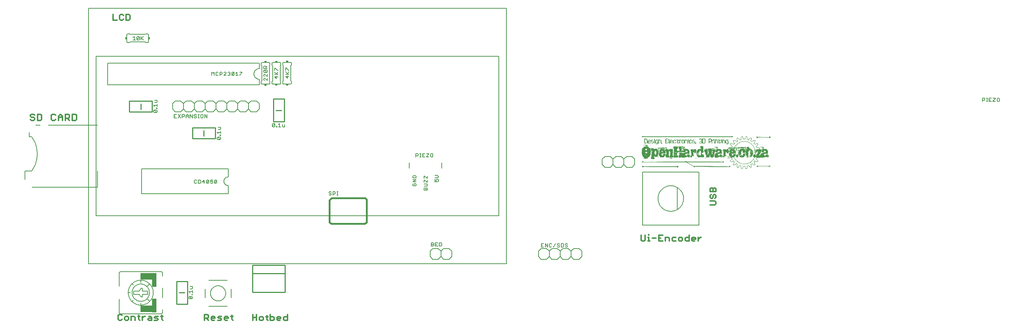
<source format=gto>
G75*
G70*
%OFA0B0*%
%FSLAX24Y24*%
%IPPOS*%
%LPD*%
%AMOC8*
5,1,8,0,0,1.08239X$1,22.5*
%
%ADD10R,0.0026X0.0026*%
%ADD11R,0.0052X0.0026*%
%ADD12R,0.0052X0.0026*%
%ADD13R,0.0104X0.0026*%
%ADD14R,0.0078X0.0026*%
%ADD15R,0.2756X0.0026*%
%ADD16R,0.1820X0.0026*%
%ADD17R,0.3328X0.0026*%
%ADD18R,0.2938X0.0026*%
%ADD19R,0.0156X0.0026*%
%ADD20R,0.0104X0.0026*%
%ADD21R,0.0130X0.0026*%
%ADD22R,0.1144X0.0026*%
%ADD23R,0.1040X0.0026*%
%ADD24R,0.0442X0.0026*%
%ADD25R,0.0416X0.0026*%
%ADD26R,0.7540X0.0026*%
%ADD27R,0.5278X0.0026*%
%ADD28R,0.0286X0.0026*%
%ADD29R,0.0338X0.0026*%
%ADD30R,0.0312X0.0026*%
%ADD31R,0.0182X0.0026*%
%ADD32R,0.0364X0.0026*%
%ADD33R,0.0234X0.0026*%
%ADD34R,0.0260X0.0026*%
%ADD35R,0.0390X0.0026*%
%ADD36R,0.0442X0.0026*%
%ADD37R,0.0364X0.0026*%
%ADD38R,0.0208X0.0026*%
%ADD39R,0.0806X0.0026*%
%ADD40R,0.0494X0.0026*%
%ADD41R,0.0312X0.0026*%
%ADD42R,0.0754X0.0026*%
%ADD43R,0.0182X0.0026*%
%ADD44R,0.0858X0.0026*%
%ADD45R,0.0572X0.0026*%
%ADD46R,0.0624X0.0026*%
%ADD47R,0.0910X0.0026*%
%ADD48R,0.0598X0.0026*%
%ADD49R,0.0468X0.0026*%
%ADD50R,0.0650X0.0026*%
%ADD51R,0.0520X0.0026*%
%ADD52R,0.0676X0.0026*%
%ADD53R,0.0780X0.0026*%
%ADD54R,0.0546X0.0026*%
%ADD55R,0.1014X0.0026*%
%ADD56R,0.0702X0.0026*%
%ADD57R,0.0234X0.0026*%
%ADD58R,0.0728X0.0026*%
%ADD59R,0.0936X0.0026*%
%ADD60R,0.0572X0.0026*%
%ADD61R,0.0832X0.0026*%
%ADD62R,0.1066X0.0026*%
%ADD63R,0.0702X0.0026*%
%ADD64R,0.0494X0.0026*%
%ADD65R,0.0962X0.0026*%
%ADD66R,0.8372X0.0026*%
%ADD67C,0.0080*%
%ADD68C,0.0130*%
%ADD69C,0.0160*%
%ADD70C,0.0060*%
%ADD71R,0.0200X0.0150*%
%ADD72C,0.0050*%
%ADD73R,0.0400X0.1250*%
%ADD74R,0.1050X0.0600*%
%ADD75R,0.0150X0.0200*%
%ADD76C,0.0100*%
D10*
X059284Y014794D03*
X059466Y014716D03*
X059544Y014716D03*
X059596Y014716D03*
X059648Y014716D03*
X059700Y014716D03*
X060142Y015210D03*
X060116Y015236D03*
X060610Y015184D03*
X060662Y015184D03*
X060714Y015184D03*
X060766Y015184D03*
X060818Y015184D03*
X060870Y015184D03*
X060922Y015184D03*
X060974Y015184D03*
X060662Y015262D03*
X060662Y015288D03*
X060688Y015626D03*
X060662Y015652D03*
X060662Y015678D03*
X060714Y015704D03*
X060740Y015626D03*
X061052Y015574D03*
X061078Y015938D03*
X061130Y015938D03*
X061182Y015938D03*
X061234Y015938D03*
X061364Y015912D03*
X061390Y015756D03*
X061390Y015730D03*
X061468Y015574D03*
X061546Y015574D03*
X061598Y015522D03*
X061624Y015574D03*
X061702Y015574D03*
X061806Y015574D03*
X061858Y015574D03*
X061910Y015574D03*
X061936Y015548D03*
X061962Y015574D03*
X062014Y015574D03*
X062144Y015574D03*
X062196Y015574D03*
X062248Y015574D03*
X062300Y015574D03*
X062352Y015574D03*
X062404Y015574D03*
X062456Y015574D03*
X062508Y015574D03*
X062612Y015574D03*
X062664Y015574D03*
X062716Y015574D03*
X062768Y015574D03*
X062820Y015574D03*
X062456Y015756D03*
X062456Y015782D03*
X062430Y015808D03*
X062404Y015782D03*
X062352Y015782D03*
X062144Y015886D03*
X062144Y015912D03*
X062144Y015938D03*
X062144Y015964D03*
X062144Y016042D03*
X062326Y016068D03*
X062404Y016094D03*
X062586Y016068D03*
X062664Y016016D03*
X062690Y016042D03*
X062742Y016068D03*
X062768Y016094D03*
X062716Y016120D03*
X062898Y016016D03*
X062898Y016328D03*
X062924Y016354D03*
X062924Y016380D03*
X062924Y016406D03*
X063002Y016458D03*
X063080Y016458D03*
X063132Y016406D03*
X063184Y016406D03*
X063080Y016380D03*
X063002Y016874D03*
X063184Y016978D03*
X063184Y017082D03*
X063184Y017238D03*
X063470Y017238D03*
X063470Y017290D03*
X063470Y017524D03*
X063522Y017524D03*
X063574Y017524D03*
X063626Y017524D03*
X063678Y017524D03*
X063730Y017524D03*
X063808Y017524D03*
X063886Y017524D03*
X063964Y017524D03*
X064042Y017524D03*
X064146Y017524D03*
X064250Y017524D03*
X064016Y017056D03*
X063834Y017004D03*
X063704Y016874D03*
X063652Y016874D03*
X063600Y016874D03*
X063496Y016952D03*
X063496Y016978D03*
X063392Y016978D03*
X063392Y017004D03*
X063418Y016874D03*
X062716Y016874D03*
X062612Y016978D03*
X062508Y016874D03*
X062326Y016900D03*
X062352Y016978D03*
X062352Y017004D03*
X062404Y017238D03*
X062274Y017524D03*
X062144Y017524D03*
X062014Y017524D03*
X061962Y017524D03*
X061910Y017524D03*
X061858Y017524D03*
X061806Y017524D03*
X061754Y017524D03*
X061702Y017524D03*
X061650Y017524D03*
X061598Y017524D03*
X061546Y017524D03*
X061494Y017524D03*
X061442Y017524D03*
X061390Y017524D03*
X061338Y017524D03*
X061286Y017524D03*
X061234Y017524D03*
X061182Y017524D03*
X061130Y017524D03*
X061078Y017524D03*
X061026Y017524D03*
X060974Y017524D03*
X060922Y017524D03*
X060870Y017524D03*
X060818Y017524D03*
X060766Y017524D03*
X060714Y017524D03*
X060662Y017524D03*
X060610Y017524D03*
X060558Y017524D03*
X060506Y017524D03*
X060454Y017524D03*
X060402Y017524D03*
X060350Y017524D03*
X060298Y017524D03*
X060246Y017524D03*
X060194Y017524D03*
X060116Y017524D03*
X060012Y017524D03*
X060194Y017056D03*
X060194Y016874D03*
X060402Y016874D03*
X060376Y016978D03*
X060376Y017030D03*
X060376Y017056D03*
X060558Y016874D03*
X060766Y016874D03*
X060974Y016874D03*
X060974Y016900D03*
X060974Y016926D03*
X061026Y016926D03*
X061390Y016874D03*
X061442Y016874D03*
X061494Y016874D03*
X061728Y016874D03*
X061702Y017004D03*
X061702Y017030D03*
X061702Y017056D03*
X061936Y017004D03*
X061988Y016900D03*
X062092Y016900D03*
X062014Y017108D03*
X062950Y017524D03*
X063002Y017524D03*
X063054Y017524D03*
X063106Y017524D03*
X063158Y017524D03*
X063210Y017524D03*
X063262Y017524D03*
X063314Y017524D03*
X063366Y017524D03*
X063418Y017524D03*
X064172Y016926D03*
X064640Y016874D03*
X064822Y016874D03*
X064874Y016874D03*
X064926Y016874D03*
X064978Y016874D03*
X065056Y016978D03*
X064926Y017290D03*
X064874Y017290D03*
X065446Y017290D03*
X065602Y017160D03*
X065602Y017082D03*
X065680Y017056D03*
X065680Y017004D03*
X065680Y016952D03*
X065680Y016900D03*
X065680Y016874D03*
X065914Y016874D03*
X065992Y016874D03*
X066200Y016926D03*
X066226Y016874D03*
X066356Y016874D03*
X066564Y016952D03*
X066564Y016978D03*
X066642Y017030D03*
X066642Y017238D03*
X066538Y017238D03*
X066538Y017290D03*
X066252Y017238D03*
X065888Y017134D03*
X065888Y017108D03*
X065680Y017212D03*
X065888Y016536D03*
X065888Y016406D03*
X065810Y016406D03*
X065810Y016354D03*
X065810Y016302D03*
X065758Y016328D03*
X065758Y016354D03*
X065758Y016406D03*
X065732Y016302D03*
X065576Y016406D03*
X065472Y016406D03*
X065394Y016406D03*
X065212Y016354D03*
X065186Y016328D03*
X065160Y016302D03*
X065134Y016328D03*
X065082Y016354D03*
X065108Y016380D03*
X065160Y016380D03*
X065004Y016302D03*
X065030Y016094D03*
X064848Y016016D03*
X064510Y016172D03*
X064458Y016016D03*
X064458Y015886D03*
X064458Y015860D03*
X064484Y015834D03*
X064458Y015808D03*
X064380Y015912D03*
X064276Y015886D03*
X064250Y015964D03*
X063990Y015704D03*
X063938Y015704D03*
X063886Y015704D03*
X063652Y015782D03*
X063574Y015756D03*
X063574Y015704D03*
X063522Y015730D03*
X063392Y015834D03*
X064146Y015522D03*
X064146Y015496D03*
X064198Y015522D03*
X064250Y015496D03*
X064458Y015574D03*
X064718Y015600D03*
X064770Y015600D03*
X064822Y015600D03*
X064874Y015600D03*
X065056Y015574D03*
X065082Y015548D03*
X065082Y015522D03*
X065134Y015522D03*
X065212Y015574D03*
X065316Y015574D03*
X065420Y015548D03*
X065862Y015678D03*
X065888Y015730D03*
X066382Y015860D03*
X066486Y015912D03*
X066564Y015834D03*
X066564Y015808D03*
X066642Y015782D03*
X066876Y015704D03*
X066928Y015704D03*
X066980Y015704D03*
X067136Y015678D03*
X067136Y015652D03*
X067188Y015704D03*
X067214Y015652D03*
X067240Y015678D03*
X067214Y015600D03*
X067214Y015574D03*
X067188Y015522D03*
X067162Y015496D03*
X067136Y015522D03*
X067240Y015496D03*
X067422Y015340D03*
X067422Y015314D03*
X067396Y015288D03*
X067370Y015262D03*
X067370Y015236D03*
X067396Y015210D03*
X067448Y015366D03*
X067474Y015392D03*
X067526Y015470D03*
X067526Y015496D03*
X067500Y015522D03*
X067500Y015548D03*
X067552Y015574D03*
X067708Y015600D03*
X067734Y015574D03*
X067734Y015548D03*
X067760Y015522D03*
X067760Y015496D03*
X067786Y015470D03*
X067812Y015444D03*
X067812Y015418D03*
X067838Y015392D03*
X067864Y015366D03*
X067890Y015314D03*
X067916Y015288D03*
X067942Y015262D03*
X068072Y015158D03*
X067916Y015028D03*
X067890Y014976D03*
X068020Y014950D03*
X068020Y014924D03*
X068020Y014898D03*
X067994Y014872D03*
X067994Y014846D03*
X067994Y014820D03*
X067994Y014794D03*
X067994Y014768D03*
X067994Y014742D03*
X067994Y014716D03*
X067994Y014690D03*
X068072Y014638D03*
X068098Y014664D03*
X068176Y014742D03*
X068202Y014768D03*
X068202Y014794D03*
X068228Y014820D03*
X068358Y014794D03*
X068358Y014768D03*
X068358Y014742D03*
X068358Y014716D03*
X068358Y014690D03*
X068358Y014664D03*
X068358Y014638D03*
X068384Y014612D03*
X068384Y014586D03*
X068384Y014560D03*
X068410Y014534D03*
X068436Y014560D03*
X068488Y014560D03*
X068514Y014586D03*
X068514Y014612D03*
X068540Y014638D03*
X068566Y014664D03*
X068566Y014690D03*
X068566Y014716D03*
X068566Y014742D03*
X068618Y014794D03*
X068670Y014794D03*
X068722Y014742D03*
X068722Y014716D03*
X068748Y014690D03*
X068748Y014664D03*
X068748Y014638D03*
X068774Y014612D03*
X068800Y014560D03*
X068852Y014560D03*
X068904Y014560D03*
X068904Y014534D03*
X068904Y014586D03*
X068930Y014612D03*
X068930Y014638D03*
X068930Y014664D03*
X068930Y014690D03*
X068930Y014716D03*
X068930Y014742D03*
X068930Y014768D03*
X068930Y014794D03*
X069086Y014794D03*
X069086Y014820D03*
X069112Y014768D03*
X069294Y014768D03*
X069294Y014742D03*
X069320Y014716D03*
X069294Y014690D03*
X069294Y014794D03*
X069294Y014820D03*
X069294Y014846D03*
X069294Y014872D03*
X069294Y014898D03*
X069268Y014924D03*
X069320Y014976D03*
X069450Y014950D03*
X069632Y014976D03*
X069632Y015002D03*
X069632Y015028D03*
X069606Y015054D03*
X069606Y015080D03*
X069580Y015106D03*
X069554Y015158D03*
X069580Y015210D03*
X069632Y015262D03*
X069476Y015366D03*
X069450Y015340D03*
X069424Y015314D03*
X069398Y015288D03*
X069372Y015262D03*
X069346Y015236D03*
X069320Y015210D03*
X069502Y015418D03*
X069528Y015444D03*
X069528Y015470D03*
X069554Y015496D03*
X069554Y015522D03*
X069580Y015548D03*
X069736Y015574D03*
X069788Y015548D03*
X069788Y015522D03*
X069788Y015496D03*
X069762Y015470D03*
X069762Y015444D03*
X069814Y015392D03*
X069840Y015366D03*
X069866Y015340D03*
X069892Y015314D03*
X069892Y015288D03*
X069918Y015262D03*
X069918Y015236D03*
X069892Y015210D03*
X069658Y014950D03*
X069658Y014924D03*
X069632Y014898D03*
X069866Y014716D03*
X070282Y014794D03*
X070334Y014794D03*
X070386Y014794D03*
X070854Y014742D03*
X070880Y014768D03*
X070828Y015704D03*
X070828Y015756D03*
X070776Y015730D03*
X070828Y015834D03*
X070906Y015782D03*
X070646Y015834D03*
X070152Y015886D03*
X070074Y015834D03*
X070126Y015574D03*
X069970Y015574D03*
X069918Y015574D03*
X069684Y015860D03*
X069684Y015886D03*
X069684Y015912D03*
X069684Y015938D03*
X069684Y015964D03*
X069684Y015990D03*
X069684Y016016D03*
X069684Y016042D03*
X069632Y016042D03*
X069632Y016016D03*
X069632Y015990D03*
X069632Y015938D03*
X069632Y015860D03*
X069762Y015912D03*
X069736Y015990D03*
X069684Y016094D03*
X069632Y016094D03*
X069632Y016146D03*
X069684Y016146D03*
X069684Y016198D03*
X069632Y016198D03*
X069580Y016250D03*
X069632Y016328D03*
X069632Y016354D03*
X069632Y016380D03*
X069606Y016406D03*
X069606Y016432D03*
X069580Y016458D03*
X069580Y016484D03*
X069554Y016510D03*
X069554Y016536D03*
X069528Y016562D03*
X069528Y016588D03*
X069502Y016614D03*
X069476Y016640D03*
X069450Y016692D03*
X069424Y016718D03*
X069398Y016744D03*
X069372Y016770D03*
X069346Y016796D03*
X069320Y016822D03*
X069242Y016874D03*
X069372Y017030D03*
X069398Y017056D03*
X069424Y017082D03*
X069294Y017082D03*
X069268Y017108D03*
X069268Y017134D03*
X069294Y017160D03*
X069294Y017186D03*
X069294Y017212D03*
X069294Y017238D03*
X069294Y017264D03*
X069320Y017290D03*
X069294Y017316D03*
X069320Y017342D03*
X069164Y017342D03*
X069138Y017316D03*
X069112Y017290D03*
X069086Y017238D03*
X069060Y017186D03*
X068930Y017264D03*
X068930Y017290D03*
X068930Y017316D03*
X068930Y017342D03*
X068930Y017368D03*
X068930Y017394D03*
X068930Y017420D03*
X068904Y017446D03*
X068904Y017472D03*
X068800Y017472D03*
X068774Y017446D03*
X068774Y017420D03*
X068748Y017394D03*
X068748Y017368D03*
X068722Y017342D03*
X068722Y017316D03*
X068722Y017290D03*
X068566Y017290D03*
X068566Y017316D03*
X068566Y017342D03*
X068566Y017368D03*
X068540Y017394D03*
X068540Y017420D03*
X068514Y017446D03*
X068488Y017472D03*
X068384Y017472D03*
X068384Y017446D03*
X068384Y017420D03*
X068358Y017394D03*
X068358Y017368D03*
X068358Y017342D03*
X068358Y017316D03*
X068358Y017290D03*
X068358Y017264D03*
X068358Y017238D03*
X068228Y017186D03*
X068202Y017238D03*
X068202Y017264D03*
X068176Y017290D03*
X068150Y017316D03*
X068124Y017342D03*
X068098Y017368D03*
X067994Y017342D03*
X067994Y017316D03*
X067994Y017290D03*
X067994Y017264D03*
X067994Y017238D03*
X067994Y017212D03*
X067994Y017186D03*
X068020Y017160D03*
X068020Y017134D03*
X067916Y017030D03*
X067890Y017056D03*
X067864Y017082D03*
X067838Y017108D03*
X067708Y017186D03*
X067682Y017160D03*
X067656Y017134D03*
X067656Y017108D03*
X067656Y017082D03*
X067656Y017056D03*
X067656Y017030D03*
X067682Y017004D03*
X067682Y016978D03*
X067708Y016952D03*
X067734Y016874D03*
X067916Y016744D03*
X067890Y016692D03*
X067864Y016666D03*
X067838Y016640D03*
X067812Y016614D03*
X067812Y016588D03*
X067786Y016562D03*
X067760Y016510D03*
X067786Y016354D03*
X067786Y016328D03*
X067890Y016224D03*
X067916Y016198D03*
X067942Y016224D03*
X067864Y016146D03*
X067864Y016120D03*
X067968Y016068D03*
X068020Y016042D03*
X067812Y015938D03*
X067812Y015912D03*
X067760Y015938D03*
X067708Y015938D03*
X067630Y015912D03*
X067578Y015938D03*
X067526Y015938D03*
X067552Y016146D03*
X067396Y016380D03*
X067318Y016380D03*
X067266Y016458D03*
X067214Y016406D03*
X067162Y016380D03*
X067188Y016328D03*
X067240Y016224D03*
X067266Y016172D03*
X067266Y016068D03*
X067240Y016042D03*
X067864Y015808D03*
X067994Y015574D03*
X068176Y015782D03*
X068358Y015808D03*
X068332Y015652D03*
X068332Y015600D03*
X068280Y015626D03*
X068410Y015574D03*
X068462Y015574D03*
X068904Y015574D03*
X068904Y015600D03*
X068982Y015600D03*
X069086Y015704D03*
X069164Y015782D03*
X069346Y015704D03*
X069372Y015730D03*
X069008Y015990D03*
X069008Y016016D03*
X068722Y015990D03*
X068670Y015964D03*
X068696Y016328D03*
X068748Y016380D03*
X068800Y016380D03*
X068852Y016380D03*
X068852Y016406D03*
X068800Y016432D03*
X068774Y016484D03*
X068722Y016484D03*
X068696Y016458D03*
X068696Y016536D03*
X068748Y016536D03*
X068826Y016536D03*
X068826Y016328D03*
X068618Y016432D03*
X068566Y016406D03*
X068514Y016432D03*
X068462Y016432D03*
X068436Y016536D03*
X068384Y016536D03*
X068514Y016536D03*
X068202Y016536D03*
X068202Y016510D03*
X068150Y016510D03*
X068150Y016484D03*
X068098Y016510D03*
X068046Y016510D03*
X068020Y016484D03*
X068020Y016432D03*
X067968Y016406D03*
X067942Y016380D03*
X067994Y016354D03*
X068046Y016328D03*
X067552Y016588D03*
X067526Y016562D03*
X067526Y016536D03*
X067500Y016510D03*
X067526Y016614D03*
X067448Y016692D03*
X067422Y016718D03*
X067396Y016744D03*
X067370Y016770D03*
X067370Y016796D03*
X067396Y016822D03*
X067422Y016874D03*
X067136Y017030D03*
X067136Y017082D03*
X067032Y016874D03*
X066876Y016874D03*
X066850Y017056D03*
X067526Y017446D03*
X068072Y016874D03*
X067994Y016796D03*
X067370Y016510D03*
X066122Y016406D03*
X066070Y016380D03*
X066070Y016328D03*
X065940Y016302D03*
X065706Y016094D03*
X065290Y016016D03*
X066486Y015184D03*
X066538Y015184D03*
X066694Y015106D03*
X067032Y014742D03*
X067084Y014742D03*
X067136Y014742D03*
X067656Y014950D03*
X067656Y014976D03*
X067656Y015002D03*
X067682Y015028D03*
X067682Y015054D03*
X067708Y015080D03*
X067708Y015106D03*
X067734Y015132D03*
X067734Y015184D03*
X067708Y015210D03*
X067656Y015262D03*
X065758Y014768D03*
X065680Y014768D03*
X065628Y014768D03*
X065576Y014768D03*
X065524Y014768D03*
X065472Y014768D03*
X065316Y014716D03*
X065264Y014716D03*
X065212Y014716D03*
X065108Y014716D03*
X064978Y014716D03*
X064042Y014690D03*
X061858Y015470D03*
X061702Y015912D03*
X061702Y015964D03*
X061390Y016146D03*
X061312Y016354D03*
X061260Y016406D03*
X061468Y016380D03*
X061494Y016406D03*
X061520Y016354D03*
X061624Y016328D03*
X061442Y016588D03*
X060974Y016484D03*
X060870Y016484D03*
X060844Y016432D03*
X060844Y016380D03*
X060818Y016354D03*
X060792Y016380D03*
X060766Y016354D03*
X060766Y016224D03*
X060766Y016198D03*
X060792Y016172D03*
X060792Y016146D03*
X060792Y016120D03*
X060792Y016094D03*
X060792Y016068D03*
X061078Y016146D03*
X060922Y016380D03*
X060194Y016198D03*
X060116Y016120D03*
X059986Y016406D03*
X059622Y016250D03*
X059570Y016250D03*
X059596Y015990D03*
X059310Y015626D03*
X059596Y016614D03*
X059596Y016744D03*
X059674Y016744D03*
X059518Y016744D03*
X059466Y016718D03*
X059440Y016744D03*
X059466Y016874D03*
X059518Y016874D03*
X059570Y016874D03*
X059778Y016874D03*
X059830Y016874D03*
X059882Y016874D03*
X059908Y017004D03*
X059674Y017108D03*
X059674Y017134D03*
X059518Y017290D03*
X060662Y017108D03*
X060662Y017082D03*
X062118Y016588D03*
X062170Y016588D03*
X062040Y016302D03*
X069294Y016328D03*
X069346Y016302D03*
X069372Y016250D03*
X069788Y016510D03*
X069788Y016536D03*
X069762Y016562D03*
X069762Y016588D03*
X069814Y016640D03*
X069840Y016666D03*
X069866Y016692D03*
X069866Y016718D03*
X069892Y016744D03*
X069918Y016770D03*
X069918Y016796D03*
X069892Y016848D03*
X069866Y016874D03*
X069606Y016822D03*
X069580Y016848D03*
X069554Y016874D03*
X069554Y016900D03*
X069580Y016926D03*
X069606Y016952D03*
X069606Y016978D03*
X069632Y017004D03*
X069632Y017030D03*
X069632Y017056D03*
X069658Y017082D03*
X069658Y017108D03*
X069606Y017186D03*
X069840Y017498D03*
X069996Y017472D03*
X070048Y017472D03*
X070126Y017472D03*
X070750Y017420D03*
X070776Y017446D03*
X070438Y016406D03*
X070386Y016406D03*
X070334Y016432D03*
X070308Y016354D03*
X070100Y016406D03*
X070074Y016432D03*
X070074Y016458D03*
X070152Y016536D03*
X069918Y016510D03*
X069892Y016120D03*
D11*
X069775Y016042D03*
X069645Y016224D03*
X069645Y016250D03*
X069775Y016614D03*
X069905Y016822D03*
X069645Y017134D03*
X069281Y017368D03*
X069125Y016952D03*
X068995Y017004D03*
X069281Y016848D03*
X068761Y016406D03*
X068761Y016328D03*
X068631Y016380D03*
X068085Y016458D03*
X068085Y016484D03*
X068085Y016224D03*
X067721Y016380D03*
X067695Y016354D03*
X067331Y016458D03*
X067461Y016666D03*
X067591Y016822D03*
X067695Y016822D03*
X067721Y016848D03*
X067721Y016926D03*
X067955Y017056D03*
X068111Y016900D03*
X067955Y016770D03*
X066941Y016952D03*
X066941Y016978D03*
X066941Y017004D03*
X066941Y017030D03*
X066941Y017056D03*
X066941Y017082D03*
X066941Y017108D03*
X066941Y017134D03*
X066655Y017134D03*
X066655Y017108D03*
X066655Y017082D03*
X066655Y017056D03*
X066655Y017004D03*
X066655Y016978D03*
X066655Y016952D03*
X066655Y016926D03*
X066655Y016900D03*
X066551Y016926D03*
X066551Y017004D03*
X066551Y017030D03*
X066551Y017056D03*
X066551Y017082D03*
X066551Y017108D03*
X066551Y017134D03*
X066551Y017160D03*
X066551Y017186D03*
X066551Y017212D03*
X066655Y017212D03*
X066161Y017160D03*
X065901Y017056D03*
X065901Y017030D03*
X065901Y017004D03*
X065901Y016978D03*
X065901Y016952D03*
X065901Y016926D03*
X065901Y016900D03*
X065875Y017082D03*
X065875Y017160D03*
X065875Y017186D03*
X065875Y017212D03*
X065875Y017238D03*
X065875Y017290D03*
X065615Y017134D03*
X065615Y017108D03*
X065381Y017108D03*
X065381Y017082D03*
X065381Y017056D03*
X065381Y016978D03*
X065381Y016952D03*
X065381Y016926D03*
X065381Y016900D03*
X065381Y017134D03*
X065381Y017160D03*
X065381Y017186D03*
X065381Y017212D03*
X065381Y017238D03*
X065381Y017264D03*
X065381Y017290D03*
X064731Y017238D03*
X064731Y017212D03*
X064731Y017186D03*
X064731Y017160D03*
X064731Y017134D03*
X064705Y017108D03*
X064731Y017004D03*
X064731Y016978D03*
X064731Y016952D03*
X064705Y017264D03*
X063795Y017134D03*
X063795Y017108D03*
X063821Y016978D03*
X063821Y016952D03*
X064185Y016900D03*
X063405Y016900D03*
X063405Y016926D03*
X063405Y016952D03*
X063171Y016952D03*
X063171Y016926D03*
X063171Y016900D03*
X063171Y017004D03*
X063171Y017030D03*
X063171Y017056D03*
X063171Y017108D03*
X063171Y017212D03*
X062911Y017160D03*
X062885Y017134D03*
X062885Y017108D03*
X062885Y017082D03*
X062885Y017056D03*
X062885Y017030D03*
X062885Y017004D03*
X062885Y016978D03*
X062885Y016952D03*
X062495Y016952D03*
X062495Y016926D03*
X062495Y016978D03*
X062495Y017004D03*
X062495Y017030D03*
X062495Y017056D03*
X062495Y017082D03*
X062495Y017108D03*
X062495Y017134D03*
X062495Y017160D03*
X062131Y017160D03*
X062105Y017134D03*
X062105Y017108D03*
X062105Y017082D03*
X062105Y017056D03*
X062105Y017030D03*
X062105Y017004D03*
X062105Y016978D03*
X062105Y016952D03*
X062105Y016926D03*
X062001Y017082D03*
X062001Y017134D03*
X061715Y016978D03*
X061715Y016952D03*
X061715Y016926D03*
X061715Y016900D03*
X061611Y016952D03*
X061611Y016978D03*
X061585Y017264D03*
X060961Y017108D03*
X060961Y017082D03*
X060961Y017056D03*
X060961Y017030D03*
X060961Y017004D03*
X060961Y016978D03*
X060961Y016952D03*
X060935Y017160D03*
X060675Y017056D03*
X060675Y017030D03*
X060675Y017004D03*
X060675Y016978D03*
X060675Y016952D03*
X060675Y016874D03*
X060285Y016952D03*
X060285Y016978D03*
X060155Y017212D03*
X060051Y017134D03*
X059791Y017160D03*
X059765Y017134D03*
X059765Y017108D03*
X059765Y017082D03*
X059765Y017056D03*
X059765Y016978D03*
X059765Y016952D03*
X059765Y016926D03*
X059661Y017160D03*
X059661Y017186D03*
X059661Y017212D03*
X059661Y017238D03*
X059661Y017264D03*
X059531Y016718D03*
X060701Y016458D03*
X060701Y016380D03*
X060701Y016328D03*
X060805Y016302D03*
X061975Y015522D03*
X062365Y015808D03*
X062391Y016068D03*
X062625Y016094D03*
X062651Y016120D03*
X062911Y016198D03*
X063145Y016380D03*
X063145Y016432D03*
X063145Y016458D03*
X064341Y015886D03*
X064835Y016042D03*
X065641Y015574D03*
X065875Y015704D03*
X065875Y016302D03*
X066031Y016484D03*
X066135Y016458D03*
X065355Y016380D03*
X065251Y016380D03*
X062885Y017524D03*
X062651Y017524D03*
X062495Y017524D03*
X059531Y015470D03*
X059375Y015470D03*
X059765Y014716D03*
X063405Y015080D03*
X063535Y015002D03*
X063691Y014924D03*
X063795Y014872D03*
X065381Y014716D03*
X067565Y015210D03*
X067825Y014924D03*
X067851Y014950D03*
X067981Y014976D03*
X068111Y015132D03*
X067981Y015236D03*
X069125Y015080D03*
X069255Y015158D03*
X069281Y015184D03*
X069281Y014950D03*
X069411Y014976D03*
X069515Y014898D03*
X069151Y014716D03*
X069125Y014742D03*
X068605Y014768D03*
X068475Y014534D03*
X068111Y014690D03*
X069775Y015418D03*
X069281Y015756D03*
X068241Y015808D03*
X070035Y016354D03*
X070061Y016380D03*
X070295Y016484D03*
X070321Y016328D03*
X070711Y015626D03*
D12*
X070867Y015678D03*
X070893Y015704D03*
X070893Y015756D03*
X070737Y015912D03*
X070009Y016328D03*
X070399Y016380D03*
X070399Y016432D03*
X070399Y016458D03*
X069697Y016822D03*
X069463Y016666D03*
X069203Y016900D03*
X069177Y016926D03*
X069333Y017056D03*
X069463Y017108D03*
X069489Y017134D03*
X069229Y017394D03*
X069203Y017368D03*
X069099Y017264D03*
X068943Y017238D03*
X068267Y016978D03*
X068163Y016926D03*
X068033Y016848D03*
X068007Y016822D03*
X067903Y016718D03*
X067773Y016536D03*
X067877Y016432D03*
X067877Y016328D03*
X067929Y016250D03*
X068007Y016172D03*
X068137Y016250D03*
X068163Y015808D03*
X067643Y015938D03*
X067487Y015574D03*
X067539Y015444D03*
X067513Y015418D03*
X067747Y015158D03*
X067877Y015340D03*
X068007Y015210D03*
X068033Y015184D03*
X068163Y015106D03*
X068267Y015054D03*
X067929Y015002D03*
X067773Y014898D03*
X067669Y014898D03*
X067643Y014924D03*
X068033Y014664D03*
X068137Y014716D03*
X068787Y014586D03*
X068839Y014534D03*
X069177Y014690D03*
X069489Y014924D03*
X069567Y015132D03*
X069567Y015184D03*
X069489Y015392D03*
X069593Y015574D03*
X069177Y015730D03*
X069099Y015626D03*
X069099Y015600D03*
X069073Y015652D03*
X068969Y015626D03*
X068917Y015548D03*
X069203Y015132D03*
X069177Y015106D03*
X066967Y014742D03*
X065459Y014716D03*
X065407Y014768D03*
X065329Y014768D03*
X063743Y014898D03*
X063639Y014950D03*
X063587Y014976D03*
X063353Y015106D03*
X063457Y015626D03*
X063639Y015704D03*
X063639Y015756D03*
X063483Y015912D03*
X063769Y015964D03*
X064263Y015938D03*
X064263Y015912D03*
X064289Y015860D03*
X064367Y015860D03*
X064419Y015834D03*
X064367Y016016D03*
X065147Y016354D03*
X065927Y016380D03*
X065979Y016900D03*
X065979Y016926D03*
X065979Y016952D03*
X065979Y016978D03*
X065979Y017004D03*
X065979Y017030D03*
X065979Y017056D03*
X065979Y017082D03*
X065979Y017108D03*
X065979Y017134D03*
X065979Y017212D03*
X065979Y017238D03*
X066187Y017108D03*
X066187Y017082D03*
X066187Y017056D03*
X066187Y017030D03*
X066187Y017004D03*
X066187Y016978D03*
X066187Y016952D03*
X066187Y016900D03*
X066343Y016926D03*
X066343Y016952D03*
X066343Y016978D03*
X066343Y017004D03*
X066343Y017030D03*
X066343Y017056D03*
X066343Y017082D03*
X066343Y017108D03*
X066343Y017134D03*
X066343Y017160D03*
X066447Y016978D03*
X066447Y016952D03*
X066577Y016900D03*
X066863Y016900D03*
X066863Y016926D03*
X066863Y016952D03*
X066863Y016978D03*
X066863Y017004D03*
X066863Y017030D03*
X066837Y017082D03*
X066837Y017108D03*
X066837Y017134D03*
X067123Y017134D03*
X067123Y017108D03*
X067123Y017160D03*
X067123Y017212D03*
X067149Y017056D03*
X067149Y017004D03*
X067149Y016978D03*
X067149Y016952D03*
X067149Y016874D03*
X067487Y016640D03*
X067487Y016380D03*
X067279Y016328D03*
X067253Y016354D03*
X066759Y015964D03*
X066629Y015756D03*
X066603Y015730D03*
X066629Y015704D03*
X065953Y015912D03*
X065927Y015860D03*
X065667Y016926D03*
X065667Y016978D03*
X065667Y017030D03*
X065667Y017082D03*
X065693Y017108D03*
X065693Y017134D03*
X065589Y017186D03*
X065589Y017212D03*
X065589Y017238D03*
X065589Y017264D03*
X065589Y017056D03*
X065043Y017056D03*
X065043Y017030D03*
X065043Y017004D03*
X065043Y016952D03*
X065043Y017082D03*
X065043Y017108D03*
X065043Y017134D03*
X065043Y017160D03*
X065043Y017186D03*
X065043Y017212D03*
X065043Y017238D03*
X065017Y017264D03*
X064809Y017264D03*
X064809Y017238D03*
X064809Y017212D03*
X064809Y017186D03*
X064809Y017160D03*
X064809Y017134D03*
X064809Y017108D03*
X064809Y017082D03*
X064809Y017056D03*
X064809Y017030D03*
X064809Y017004D03*
X064809Y016978D03*
X064809Y016952D03*
X064809Y016926D03*
X064497Y017238D03*
X064523Y017264D03*
X064809Y017290D03*
X064107Y016978D03*
X064107Y016952D03*
X064159Y016874D03*
X064159Y016848D03*
X063899Y017082D03*
X063899Y017108D03*
X063899Y017134D03*
X063899Y017160D03*
X063977Y017212D03*
X063613Y017160D03*
X063587Y017134D03*
X063587Y017108D03*
X063587Y017082D03*
X063587Y017056D03*
X063587Y017030D03*
X063587Y017004D03*
X063587Y016978D03*
X063587Y016952D03*
X063587Y016926D03*
X063509Y016926D03*
X063509Y016900D03*
X063483Y017004D03*
X063483Y017030D03*
X063483Y017056D03*
X063483Y017082D03*
X063483Y017108D03*
X063483Y017134D03*
X063483Y017160D03*
X063483Y017186D03*
X063483Y017212D03*
X063379Y017134D03*
X063379Y017108D03*
X063379Y017082D03*
X063379Y017056D03*
X063379Y017030D03*
X063353Y017160D03*
X063197Y017134D03*
X063093Y017134D03*
X063093Y017108D03*
X063093Y017082D03*
X063093Y017056D03*
X063093Y017030D03*
X063093Y017004D03*
X063093Y016978D03*
X063093Y016952D03*
X063067Y017160D03*
X062703Y017134D03*
X062703Y017108D03*
X062703Y017082D03*
X062703Y017056D03*
X062703Y017030D03*
X062703Y017004D03*
X062703Y016978D03*
X062703Y016952D03*
X062703Y016926D03*
X062703Y016900D03*
X062599Y016952D03*
X062339Y016952D03*
X062339Y017108D03*
X062313Y017134D03*
X062027Y016952D03*
X061793Y016952D03*
X061793Y016926D03*
X061793Y016978D03*
X061793Y017056D03*
X061793Y017082D03*
X061793Y017108D03*
X061793Y017134D03*
X061819Y017160D03*
X061689Y017160D03*
X061689Y017134D03*
X061689Y017108D03*
X061689Y017082D03*
X061689Y017186D03*
X061689Y017212D03*
X061689Y017238D03*
X061689Y017264D03*
X061689Y017290D03*
X061403Y017264D03*
X061377Y017238D03*
X061377Y017212D03*
X061377Y017186D03*
X061377Y017160D03*
X061377Y017134D03*
X061377Y017056D03*
X061377Y017030D03*
X061377Y017004D03*
X061377Y016978D03*
X061377Y016952D03*
X061377Y016926D03*
X061039Y016900D03*
X061039Y016874D03*
X061039Y016848D03*
X060753Y016900D03*
X060753Y016926D03*
X060753Y016952D03*
X060753Y016978D03*
X060753Y017004D03*
X060753Y017030D03*
X060753Y017056D03*
X060753Y017082D03*
X060753Y017108D03*
X060753Y017212D03*
X060753Y017238D03*
X060649Y017212D03*
X060649Y017160D03*
X060649Y017134D03*
X060467Y017134D03*
X060467Y017108D03*
X060467Y017082D03*
X060467Y017056D03*
X060467Y017030D03*
X060467Y017004D03*
X060467Y016978D03*
X060467Y016952D03*
X060389Y016952D03*
X060389Y016926D03*
X060389Y016900D03*
X060389Y017004D03*
X060363Y017082D03*
X060363Y017108D03*
X060363Y017134D03*
X060363Y017160D03*
X060363Y017186D03*
X060363Y017212D03*
X060363Y017238D03*
X060363Y017290D03*
X060077Y017160D03*
X060077Y017108D03*
X060077Y017082D03*
X059999Y017108D03*
X059973Y017082D03*
X059973Y017134D03*
X059973Y017160D03*
X059999Y016952D03*
X059687Y016952D03*
X059687Y016978D03*
X059687Y017004D03*
X059687Y017030D03*
X059687Y017056D03*
X059687Y017082D03*
X059453Y017082D03*
X059453Y017056D03*
X059453Y017030D03*
X059453Y017004D03*
X059453Y016978D03*
X059453Y016952D03*
X059453Y016926D03*
X059453Y017108D03*
X059453Y017134D03*
X059453Y017160D03*
X059453Y017186D03*
X059453Y017212D03*
X059453Y017238D03*
X059453Y017264D03*
X059453Y017290D03*
X059349Y016718D03*
X060753Y016484D03*
X060779Y016458D03*
X060857Y016458D03*
X061013Y016380D03*
X061247Y016380D03*
X061299Y016328D03*
X061403Y016328D03*
X061403Y016224D03*
X061403Y016432D03*
X062469Y016588D03*
X062469Y016094D03*
X062547Y016094D03*
X062677Y015912D03*
X062677Y015834D03*
X062677Y015808D03*
X061949Y015470D03*
X061299Y015938D03*
X060779Y016042D03*
X060103Y016198D03*
X059687Y015470D03*
X059609Y015470D03*
X059453Y015470D03*
X061039Y015184D03*
X061117Y015184D03*
X062703Y017212D03*
X062729Y017524D03*
X062807Y017524D03*
X062573Y017524D03*
X062417Y017524D03*
X062339Y017524D03*
X062209Y017524D03*
X062079Y017524D03*
X067539Y017550D03*
X068007Y017368D03*
X068059Y017394D03*
X068033Y017108D03*
X068007Y017082D03*
X067799Y017134D03*
X067747Y017160D03*
X067747Y016900D03*
X069203Y016328D03*
X069229Y016198D03*
X069229Y016172D03*
X069229Y016120D03*
X069229Y016068D03*
X069307Y016068D03*
X070997Y017394D03*
X070997Y017498D03*
D13*
X070997Y017472D03*
X070841Y017420D03*
X069827Y017420D03*
X069827Y017472D03*
X069021Y017212D03*
X068917Y017030D03*
X068449Y017498D03*
X067539Y017524D03*
X066447Y017160D03*
X065537Y017290D03*
X064679Y017290D03*
X064549Y017290D03*
X063951Y017186D03*
X063925Y016926D03*
X063691Y017212D03*
X063197Y017160D03*
X062989Y017212D03*
X062599Y017160D03*
X061429Y017290D03*
X060649Y016926D03*
X060129Y017186D03*
X059609Y017290D03*
X059271Y017524D03*
X059661Y016692D03*
X061065Y016484D03*
X061195Y016484D03*
X061377Y016458D03*
X061455Y016302D03*
X062001Y016328D03*
X062261Y016588D03*
X062235Y015990D03*
X062391Y015938D03*
X062209Y015808D03*
X063327Y015704D03*
X063561Y015626D03*
X063275Y015210D03*
X062495Y014768D03*
X062495Y014690D03*
X064029Y014716D03*
X066707Y015132D03*
X067279Y014768D03*
X068917Y015002D03*
X069255Y014664D03*
X069645Y015236D03*
X069827Y015574D03*
X069255Y015652D03*
X069255Y016042D03*
X069411Y016016D03*
X069775Y016068D03*
X069775Y016094D03*
X069775Y016120D03*
X070581Y015704D03*
X070815Y015626D03*
X070971Y014794D03*
X068371Y015756D03*
X067981Y015834D03*
X067097Y016328D03*
X067227Y016432D03*
X067851Y016458D03*
X066135Y016484D03*
X064705Y015964D03*
X064705Y015886D03*
X064341Y015964D03*
X060155Y015964D03*
X059271Y015184D03*
X059271Y015132D03*
X059297Y014768D03*
X059297Y014716D03*
D14*
X059284Y014690D03*
X059284Y015210D03*
X061130Y016016D03*
X061260Y016224D03*
X061416Y016354D03*
X061494Y016328D03*
X061494Y016458D03*
X061598Y016926D03*
X061988Y016926D03*
X061988Y017056D03*
X061988Y017160D03*
X061910Y017212D03*
X062222Y017212D03*
X062300Y017160D03*
X062326Y016926D03*
X062586Y016926D03*
X062716Y017160D03*
X062794Y017212D03*
X062924Y016926D03*
X063080Y016926D03*
X063288Y017212D03*
X063782Y017160D03*
X063938Y017056D03*
X064094Y017004D03*
X064094Y016926D03*
X063808Y016926D03*
X063132Y016510D03*
X063132Y016484D03*
X063002Y016510D03*
X063002Y016432D03*
X063002Y016406D03*
X063002Y016380D03*
X063002Y016354D03*
X063236Y015912D03*
X063600Y015730D03*
X063626Y015678D03*
X064094Y015990D03*
X064276Y016016D03*
X064380Y015938D03*
X064302Y015834D03*
X064302Y015808D03*
X064692Y015938D03*
X064718Y015912D03*
X064692Y015990D03*
X065082Y016302D03*
X065654Y016328D03*
X066148Y016380D03*
X066148Y016432D03*
X066122Y016510D03*
X066434Y016926D03*
X066668Y017160D03*
X066746Y017212D03*
X066824Y017160D03*
X066954Y017160D03*
X067032Y017212D03*
X066954Y016926D03*
X067136Y016848D03*
X067188Y016458D03*
X067240Y016380D03*
X067734Y016406D03*
X067890Y016354D03*
X067942Y016302D03*
X067942Y016276D03*
X067968Y016328D03*
X068046Y016250D03*
X068124Y016354D03*
X068098Y016406D03*
X067968Y016458D03*
X067838Y016276D03*
X067734Y016224D03*
X067188Y015964D03*
X067188Y015626D03*
X066616Y015678D03*
X066226Y015912D03*
X065732Y015574D03*
X066694Y015210D03*
X067708Y014872D03*
X067292Y014794D03*
X068202Y015080D03*
X068332Y015028D03*
X068410Y015002D03*
X068332Y014820D03*
X068254Y014846D03*
X068696Y014768D03*
X068956Y014820D03*
X069034Y014846D03*
X069008Y015028D03*
X069060Y015054D03*
X069372Y015002D03*
X069580Y014872D03*
X069866Y014820D03*
X070984Y014820D03*
X069736Y015210D03*
X070048Y015574D03*
X070178Y015912D03*
X070490Y015912D03*
X070854Y015730D03*
X069658Y016068D03*
X069658Y016120D03*
X069658Y016172D03*
X069632Y016276D03*
X069632Y016302D03*
X069398Y016068D03*
X069398Y016042D03*
X069216Y016146D03*
X069242Y016354D03*
X068358Y015782D03*
X068358Y015626D03*
X068254Y015652D03*
X069164Y015756D03*
X069268Y015730D03*
X069242Y015626D03*
X069372Y015756D03*
X070386Y016484D03*
X070386Y016510D03*
X069632Y016796D03*
X069060Y016978D03*
X068332Y017004D03*
X068202Y016952D03*
X067656Y016796D03*
X066174Y017134D03*
X065992Y017160D03*
X065784Y017212D03*
X065706Y017160D03*
X065004Y017290D03*
X064692Y017082D03*
X064692Y017030D03*
X064718Y016926D03*
X065030Y016926D03*
X064094Y016328D03*
X062560Y016120D03*
X062482Y016068D03*
X062378Y016588D03*
X060948Y017134D03*
X060870Y017212D03*
X060766Y017160D03*
X060766Y017134D03*
X060558Y017212D03*
X060480Y017160D03*
X060480Y016926D03*
X060662Y016848D03*
X060272Y016926D03*
X060272Y017004D03*
X059960Y017056D03*
X059960Y016926D03*
X059882Y017212D03*
X059648Y016926D03*
X059674Y016640D03*
X059674Y016614D03*
X060090Y016250D03*
X061546Y017290D03*
X059284Y017550D03*
X063288Y015132D03*
X063444Y015054D03*
X063496Y015028D03*
X063834Y014846D03*
X063886Y014820D03*
X063938Y014794D03*
X064042Y014794D03*
X069840Y017394D03*
D15*
X061195Y014716D03*
D16*
X066421Y014716D03*
D17*
X060883Y014742D03*
D18*
X065446Y014742D03*
D19*
X064029Y014768D03*
X063535Y015600D03*
X063769Y015704D03*
X064107Y016016D03*
X064107Y016042D03*
X064419Y016302D03*
X064445Y016328D03*
X063015Y016328D03*
X062781Y016016D03*
X062261Y016042D03*
X062261Y016094D03*
X062209Y016016D03*
X062235Y015782D03*
X061117Y016406D03*
X060935Y016120D03*
X060935Y016094D03*
X060545Y016796D03*
X061429Y017082D03*
X061429Y017108D03*
X061481Y017316D03*
X062755Y017186D03*
X062209Y016900D03*
X061871Y016900D03*
X064601Y017316D03*
X067019Y016796D03*
X067409Y016406D03*
X067591Y016406D03*
X067409Y016094D03*
X067097Y016042D03*
X067097Y016302D03*
X066499Y015860D03*
X066499Y015704D03*
X066759Y015704D03*
X066083Y015912D03*
X065823Y015990D03*
X065797Y015938D03*
X067981Y015808D03*
X067981Y015626D03*
X067981Y015600D03*
X068839Y015990D03*
X068943Y015704D03*
X069255Y015678D03*
X069359Y016120D03*
X069359Y016146D03*
X069255Y016250D03*
X069281Y016276D03*
X068995Y016536D03*
X070009Y016484D03*
X070737Y015860D03*
X070789Y015600D03*
X067279Y014742D03*
D20*
X067643Y015236D03*
X068943Y015652D03*
X067123Y015990D03*
X067123Y016926D03*
X066083Y017212D03*
X064523Y016926D03*
X062833Y016068D03*
X063743Y015626D03*
X060753Y016432D03*
X060103Y016926D03*
X060103Y017056D03*
X068423Y017030D03*
X069853Y016484D03*
X069853Y014742D03*
D21*
X070958Y014742D03*
X070984Y014768D03*
X069840Y015184D03*
X069580Y015600D03*
X069242Y015704D03*
X068956Y015678D03*
X069268Y016016D03*
X069346Y016172D03*
X069346Y016198D03*
X069788Y016146D03*
X068800Y016354D03*
X068618Y016016D03*
X068488Y015600D03*
X068228Y015756D03*
X067474Y015184D03*
X066694Y015184D03*
X066746Y015600D03*
X066746Y015626D03*
X066746Y015652D03*
X066746Y015678D03*
X066512Y015600D03*
X066330Y015704D03*
X066460Y015808D03*
X066876Y015964D03*
X067110Y016016D03*
X068306Y016458D03*
X068280Y017212D03*
X068852Y017498D03*
X069580Y017160D03*
X069788Y016848D03*
X070984Y017420D03*
X070984Y017446D03*
X066382Y016900D03*
X066304Y017212D03*
X065524Y016328D03*
X065368Y016328D03*
X064718Y016042D03*
X064718Y016016D03*
X064510Y016354D03*
X063886Y015964D03*
X063756Y015678D03*
X063756Y015652D03*
X063756Y015600D03*
X063470Y015704D03*
X062456Y016042D03*
X062378Y016016D03*
X062378Y015990D03*
X062248Y015938D03*
X062222Y016068D03*
X061598Y016302D03*
X060948Y016406D03*
X060480Y016380D03*
X059648Y016718D03*
X059804Y017004D03*
X061832Y017004D03*
X062456Y017212D03*
X062534Y016900D03*
X063002Y016484D03*
X060480Y015652D03*
X060298Y015964D03*
X070724Y015704D03*
D22*
X064705Y014768D03*
D23*
X070321Y014768D03*
D24*
X070022Y014794D03*
X066148Y015652D03*
X063002Y016120D03*
X062794Y016588D03*
X061052Y015678D03*
X059778Y015860D03*
X059778Y015886D03*
D25*
X059765Y015782D03*
X059401Y015964D03*
X061065Y016276D03*
X061091Y016432D03*
X062313Y016432D03*
X062313Y016458D03*
X062313Y016484D03*
X062313Y016536D03*
X062313Y016562D03*
X062313Y015704D03*
X062313Y015678D03*
X062313Y015652D03*
X062313Y015626D03*
X062313Y015600D03*
X065485Y016354D03*
X066109Y015678D03*
X067539Y016276D03*
X068657Y014976D03*
D26*
X062989Y015158D03*
D27*
X063808Y015184D03*
D28*
X063860Y015730D03*
X064484Y015626D03*
X064796Y015626D03*
X065264Y015626D03*
X065264Y015652D03*
X065498Y015964D03*
X065498Y015990D03*
X065498Y016016D03*
X065160Y016068D03*
X066044Y015808D03*
X066252Y016354D03*
X066824Y016198D03*
X067734Y016172D03*
X068618Y016172D03*
X068618Y016146D03*
X068618Y016120D03*
X069034Y016354D03*
X069996Y015964D03*
X070022Y016016D03*
X070516Y016354D03*
X066850Y015730D03*
X063834Y016198D03*
X063262Y016354D03*
X062716Y016406D03*
X062716Y016432D03*
X062716Y016458D03*
X062716Y016484D03*
X062716Y016510D03*
X062300Y016354D03*
X062300Y016328D03*
X062300Y016302D03*
X062300Y016276D03*
X062300Y016250D03*
X062300Y016224D03*
X061936Y016146D03*
X061858Y016302D03*
X061598Y015990D03*
X061520Y015782D03*
X062742Y015600D03*
X060246Y015912D03*
X060220Y015938D03*
X060220Y015990D03*
X060220Y016042D03*
X060220Y016094D03*
X060246Y016146D03*
X060168Y016380D03*
X060168Y016406D03*
X059388Y016354D03*
X059362Y016276D03*
X059336Y016068D03*
X059388Y015782D03*
X060220Y015444D03*
D29*
X060194Y015470D03*
X060194Y015522D03*
X060246Y015834D03*
X060246Y016172D03*
X059830Y016276D03*
X059830Y016328D03*
X059596Y016562D03*
X059362Y016250D03*
X059336Y016042D03*
X059362Y015886D03*
X059544Y015522D03*
X059544Y015496D03*
X061026Y016224D03*
X061494Y016276D03*
X062326Y016120D03*
X063054Y016172D03*
X063288Y016328D03*
X064458Y016198D03*
X064692Y016224D03*
X065108Y016198D03*
X065108Y016146D03*
X065108Y016276D03*
X065498Y016276D03*
X065498Y016172D03*
X065498Y016146D03*
X065498Y015912D03*
X065498Y015886D03*
X065680Y015756D03*
X066278Y016328D03*
X067474Y016016D03*
X067552Y015626D03*
X068462Y016354D03*
X067786Y016484D03*
X070048Y016146D03*
X070542Y016328D03*
X061546Y015704D03*
X061546Y015678D03*
X061546Y015652D03*
X061546Y015626D03*
D30*
X061559Y015600D03*
X061923Y015600D03*
X061923Y015626D03*
X061923Y015652D03*
X061923Y015678D03*
X061923Y015704D03*
X062287Y015834D03*
X062287Y016198D03*
X062313Y016380D03*
X061897Y016172D03*
X060987Y016068D03*
X060233Y015886D03*
X060207Y015574D03*
X060207Y015548D03*
X060207Y015496D03*
X059843Y015964D03*
X059843Y015990D03*
X059869Y016016D03*
X059843Y016042D03*
X059869Y016068D03*
X059869Y016094D03*
X059843Y016302D03*
X059817Y016354D03*
X059349Y016094D03*
X059349Y016016D03*
X062807Y015990D03*
X065277Y015730D03*
X065277Y015704D03*
X065277Y015678D03*
X065667Y015678D03*
X065667Y015704D03*
X065667Y015730D03*
X066057Y015834D03*
X066083Y015782D03*
X066083Y015704D03*
X066083Y015886D03*
X065849Y016172D03*
X065537Y016068D03*
X069047Y016380D03*
X070347Y015886D03*
D31*
X070334Y015912D03*
X070698Y015756D03*
X070698Y015678D03*
X068904Y015808D03*
X068878Y016016D03*
X068514Y015626D03*
X067552Y016354D03*
X066824Y016016D03*
X066538Y015626D03*
X066434Y015678D03*
X064744Y016094D03*
X064432Y016276D03*
X064328Y016042D03*
X064328Y015990D03*
X064094Y016302D03*
X063834Y016016D03*
X063444Y015756D03*
X063444Y015678D03*
X062742Y015938D03*
X061832Y016328D03*
X061078Y016354D03*
X060922Y016146D03*
X059622Y016588D03*
X059882Y017186D03*
X060194Y017030D03*
X062222Y017186D03*
X063002Y016900D03*
X065732Y017186D03*
X067474Y016848D03*
X068644Y017264D03*
X068982Y016484D03*
X068982Y016458D03*
X061832Y015522D03*
D32*
X063405Y016042D03*
X065121Y016172D03*
X065121Y016224D03*
X065121Y016250D03*
X065511Y016198D03*
X065667Y015834D03*
X065667Y015808D03*
X065667Y015782D03*
X065277Y015782D03*
X065277Y015756D03*
X065277Y015808D03*
X065277Y015834D03*
X066057Y015756D03*
X066395Y016042D03*
X067487Y016224D03*
X068995Y016224D03*
X068995Y016276D03*
X070659Y016042D03*
X059817Y016380D03*
X059375Y015990D03*
X059557Y015548D03*
D33*
X060194Y015626D03*
X060194Y015678D03*
X060480Y015678D03*
X060896Y015808D03*
X060870Y015912D03*
X060636Y016172D03*
X060610Y016198D03*
X061234Y016146D03*
X061286Y015860D03*
X061260Y015834D03*
X061546Y015834D03*
X061572Y015860D03*
X061546Y015886D03*
X061546Y015756D03*
X061572Y016042D03*
X061546Y016094D03*
X061546Y016120D03*
X061910Y016120D03*
X061936Y015990D03*
X061936Y015912D03*
X061936Y015834D03*
X061910Y015782D03*
X062300Y015912D03*
X063106Y016094D03*
X062742Y016380D03*
X061884Y017030D03*
X060584Y016900D03*
X059856Y016900D03*
X059856Y017030D03*
X063522Y015652D03*
X064380Y015782D03*
X064354Y016068D03*
X064380Y016120D03*
X064380Y016146D03*
X064744Y016146D03*
X064744Y016120D03*
X064744Y016172D03*
X064744Y016432D03*
X064614Y016900D03*
X064900Y017316D03*
X066070Y016536D03*
X066460Y016198D03*
X066850Y016146D03*
X066850Y016120D03*
X066850Y016094D03*
X066850Y016068D03*
X067370Y016120D03*
X067370Y016146D03*
X067344Y015886D03*
X067370Y015808D03*
X067526Y015600D03*
X067344Y015548D03*
X067734Y015834D03*
X068254Y016120D03*
X068514Y016458D03*
X068956Y016510D03*
X068904Y016120D03*
X068904Y016094D03*
X068904Y016068D03*
X068904Y016042D03*
X068904Y015964D03*
X068904Y015938D03*
X068904Y015912D03*
X068904Y015834D03*
X068644Y015912D03*
X068592Y015756D03*
X069320Y015886D03*
X069320Y015912D03*
X069320Y015938D03*
X069320Y015990D03*
X069580Y015756D03*
X069580Y015730D03*
X069580Y015704D03*
X069580Y015678D03*
X070776Y015652D03*
X070724Y016172D03*
X070386Y016198D03*
X070360Y016094D03*
X066850Y015756D03*
X066512Y015652D03*
X066460Y015756D03*
X065186Y015860D03*
X065160Y015938D03*
X065134Y016042D03*
X064744Y015834D03*
X064744Y015808D03*
X063860Y016094D03*
X063860Y016120D03*
D34*
X063847Y016146D03*
X063821Y016276D03*
X063821Y016302D03*
X064367Y016094D03*
X064757Y015782D03*
X065121Y016120D03*
X065485Y016120D03*
X065849Y016146D03*
X065849Y016198D03*
X065849Y016276D03*
X066811Y016276D03*
X066811Y016302D03*
X067123Y016198D03*
X067149Y016094D03*
X067357Y015938D03*
X067357Y015912D03*
X067357Y015860D03*
X067357Y015834D03*
X067383Y015782D03*
X068241Y015834D03*
X068241Y015860D03*
X068241Y015886D03*
X068241Y015912D03*
X068241Y015938D03*
X068241Y015964D03*
X068241Y015990D03*
X068241Y016016D03*
X068241Y016042D03*
X068241Y016068D03*
X068241Y016094D03*
X068267Y016146D03*
X068267Y016172D03*
X068267Y016432D03*
X068917Y016172D03*
X068917Y016146D03*
X068943Y016198D03*
X069021Y016328D03*
X069021Y016406D03*
X069307Y016094D03*
X069333Y015964D03*
X069879Y015782D03*
X069879Y015756D03*
X069905Y015808D03*
X069905Y015834D03*
X069931Y015860D03*
X069931Y015886D03*
X069957Y015912D03*
X069983Y015938D03*
X070009Y015990D03*
X070035Y016042D03*
X070035Y016068D03*
X070061Y016094D03*
X070061Y016120D03*
X069957Y015548D03*
X070295Y015574D03*
X068501Y015652D03*
X066057Y015574D03*
X065667Y015600D03*
X065667Y015626D03*
X065667Y015652D03*
X065277Y015600D03*
X063041Y015574D03*
X062287Y015756D03*
X062313Y015860D03*
X062313Y015886D03*
X062313Y015964D03*
X061949Y016042D03*
X061949Y016094D03*
X061923Y015860D03*
X061923Y015730D03*
X061559Y015730D03*
X061065Y015600D03*
X060909Y015782D03*
X060883Y015834D03*
X060883Y015860D03*
X060883Y015886D03*
X060909Y015938D03*
X060935Y016016D03*
X061559Y016146D03*
X060233Y016068D03*
X060233Y016016D03*
X060259Y015860D03*
X060207Y015600D03*
X063119Y016198D03*
X064731Y016458D03*
X064731Y016484D03*
X064731Y016510D03*
X064731Y016536D03*
X064731Y016562D03*
X064731Y016588D03*
X064731Y016614D03*
X064913Y016900D03*
X065485Y017030D03*
X061481Y016900D03*
X059557Y016900D03*
D35*
X059388Y016224D03*
X059388Y016198D03*
X059388Y016172D03*
X059570Y015574D03*
X061052Y015652D03*
X061078Y016302D03*
X061104Y016458D03*
X061884Y016276D03*
X062300Y016406D03*
X062300Y016510D03*
X066122Y015626D03*
X067526Y015652D03*
X068462Y016328D03*
X067578Y016458D03*
X067552Y016432D03*
X067396Y016484D03*
X068670Y017056D03*
X070308Y015782D03*
X070308Y015756D03*
D36*
X070516Y016302D03*
X068410Y016484D03*
X067526Y015678D03*
X065420Y016302D03*
X062976Y015834D03*
X062950Y015912D03*
X059830Y016172D03*
X059830Y016198D03*
X059830Y016224D03*
X059596Y016536D03*
X059596Y015600D03*
D37*
X059843Y016250D03*
X063093Y015600D03*
X066083Y015600D03*
D38*
X066083Y015860D03*
X066083Y016068D03*
X066109Y016094D03*
X066109Y016120D03*
X066109Y016146D03*
X066135Y016172D03*
X066135Y016198D03*
X065849Y016120D03*
X065823Y016068D03*
X065797Y016042D03*
X065173Y015912D03*
X065173Y015886D03*
X065147Y015964D03*
X065147Y015990D03*
X065147Y016016D03*
X064757Y016068D03*
X064757Y016198D03*
X064757Y016354D03*
X064757Y016380D03*
X064757Y016406D03*
X064393Y016224D03*
X064367Y016172D03*
X064107Y016146D03*
X064107Y016120D03*
X064107Y016198D03*
X064081Y016276D03*
X063847Y016068D03*
X063847Y016042D03*
X063847Y015990D03*
X063847Y015938D03*
X063847Y015912D03*
X063847Y015886D03*
X063847Y015860D03*
X063847Y015834D03*
X063847Y015808D03*
X063847Y015782D03*
X063847Y015756D03*
X063483Y015782D03*
X063483Y016068D03*
X063483Y016094D03*
X063483Y016120D03*
X063483Y016146D03*
X063483Y016172D03*
X063457Y016198D03*
X063093Y016068D03*
X062755Y016198D03*
X062755Y016224D03*
X062755Y016250D03*
X062755Y016276D03*
X062755Y016302D03*
X062755Y016328D03*
X062755Y016354D03*
X061923Y016068D03*
X061923Y016016D03*
X061923Y015964D03*
X061923Y015938D03*
X061923Y015886D03*
X061923Y015808D03*
X061923Y015756D03*
X061559Y015912D03*
X061559Y015938D03*
X061559Y015964D03*
X061559Y016016D03*
X061559Y016068D03*
X061273Y016068D03*
X061247Y016094D03*
X061247Y016120D03*
X061273Y015886D03*
X061247Y015782D03*
X060935Y016172D03*
X060597Y015834D03*
X060285Y016120D03*
X060337Y016198D03*
X060467Y016354D03*
X060571Y016822D03*
X060571Y017186D03*
X060831Y017186D03*
X060155Y016900D03*
X059609Y016666D03*
X059531Y017316D03*
X062547Y017186D03*
X063275Y017186D03*
X063691Y017186D03*
X064003Y016900D03*
X065459Y017316D03*
X066057Y017186D03*
X066369Y017186D03*
X066733Y017186D03*
X067045Y017186D03*
X067045Y016822D03*
X068475Y016380D03*
X067721Y016120D03*
X067721Y016094D03*
X067747Y015886D03*
X067747Y015860D03*
X067721Y015808D03*
X067981Y015730D03*
X067981Y015704D03*
X067981Y015678D03*
X067981Y015652D03*
X068631Y015808D03*
X068631Y015834D03*
X068631Y015860D03*
X068631Y015886D03*
X068605Y016042D03*
X068917Y015886D03*
X068917Y015860D03*
X068917Y015782D03*
X069333Y015834D03*
X069333Y015860D03*
X069307Y016224D03*
X070347Y016068D03*
X070373Y016120D03*
X070373Y016146D03*
X070373Y016172D03*
X070711Y016198D03*
X070737Y016146D03*
X070737Y016120D03*
X070737Y016094D03*
X070737Y016068D03*
X070737Y015782D03*
X067409Y016172D03*
X067097Y016146D03*
X067071Y016276D03*
X066837Y016042D03*
X066837Y015990D03*
X066837Y015938D03*
X066837Y015912D03*
X066837Y015886D03*
X066837Y015860D03*
X066837Y015834D03*
X066837Y015808D03*
X066837Y015782D03*
X066473Y015782D03*
X066473Y016068D03*
X066473Y016094D03*
X066473Y016120D03*
X066473Y016146D03*
X066473Y016172D03*
X064757Y015860D03*
X064471Y015600D03*
X060207Y015652D03*
D39*
X059596Y015912D03*
X059596Y015938D03*
X062976Y015652D03*
X070126Y015600D03*
D40*
X070594Y015990D03*
X070542Y016250D03*
X070542Y016276D03*
X069970Y016302D03*
X069970Y016172D03*
X068462Y016276D03*
X067552Y016198D03*
X066330Y015990D03*
X068436Y015704D03*
X063340Y015990D03*
X063236Y016302D03*
X059596Y016510D03*
X059596Y015626D03*
D41*
X059375Y015860D03*
X059375Y016302D03*
X059375Y016328D03*
X059401Y016380D03*
X060181Y016354D03*
X061091Y016328D03*
X061065Y015626D03*
X064705Y016276D03*
X064705Y016302D03*
X064705Y016328D03*
X065485Y016094D03*
X065511Y016042D03*
X065485Y015938D03*
X067565Y016328D03*
X068995Y016250D03*
X070295Y015860D03*
X070295Y015834D03*
X070295Y015808D03*
D42*
X062950Y015678D03*
X062950Y015626D03*
X059596Y015808D03*
X059596Y015834D03*
D43*
X060610Y015860D03*
X060610Y015886D03*
X060636Y015912D03*
X060636Y015938D03*
X060636Y015964D03*
X060636Y015990D03*
X060636Y016016D03*
X060636Y016042D03*
X060636Y016068D03*
X060636Y016094D03*
X060636Y016120D03*
X060610Y016146D03*
X061286Y016016D03*
X062196Y015730D03*
X062430Y015730D03*
X063496Y015808D03*
X063496Y015860D03*
X064120Y016068D03*
X064120Y016094D03*
X065160Y016094D03*
X065810Y015964D03*
X065810Y015912D03*
X065810Y015886D03*
X065836Y016016D03*
X065836Y016094D03*
X067110Y016068D03*
X067110Y016120D03*
X067760Y016016D03*
X068930Y015756D03*
X068930Y015730D03*
X069320Y015782D03*
X069320Y015808D03*
X069580Y015808D03*
X069580Y015782D03*
X069606Y015834D03*
X069580Y015652D03*
X069580Y015626D03*
X070750Y015808D03*
X065446Y017004D03*
X064640Y017056D03*
X064016Y017030D03*
X062976Y017186D03*
X061910Y017186D03*
X061390Y016484D03*
D44*
X059622Y016120D03*
X070152Y015678D03*
X070152Y015626D03*
D45*
X062963Y015886D03*
X060389Y015756D03*
X060363Y015730D03*
X059583Y015652D03*
D46*
X060337Y016276D03*
X060337Y016302D03*
X061715Y016198D03*
X061767Y016224D03*
X062937Y015782D03*
X062937Y015756D03*
X064627Y015678D03*
X064627Y015652D03*
D47*
X063028Y015730D03*
X070178Y015652D03*
D48*
X070542Y015938D03*
X068488Y016250D03*
X067552Y015964D03*
X066278Y015938D03*
X062872Y016536D03*
X061416Y016172D03*
X061078Y015964D03*
X060402Y015808D03*
X060376Y015782D03*
X060324Y016328D03*
X059596Y016458D03*
X059596Y015678D03*
D49*
X061065Y015704D03*
X062963Y015808D03*
X063353Y016016D03*
X062807Y016562D03*
X065641Y016380D03*
X066265Y016302D03*
X066343Y016016D03*
X067513Y016302D03*
X067539Y016250D03*
X067851Y015782D03*
X068423Y015678D03*
X068449Y016302D03*
X070607Y016016D03*
D50*
X068462Y016224D03*
X068436Y016198D03*
X065654Y016224D03*
X065654Y016250D03*
X064614Y015704D03*
X064588Y015756D03*
X061702Y016250D03*
X060402Y016224D03*
X059596Y016432D03*
X059596Y015730D03*
X059596Y015704D03*
D51*
X060363Y015704D03*
X061065Y015730D03*
X061117Y016042D03*
X061065Y016198D03*
X061403Y015808D03*
X060415Y016250D03*
X059609Y016484D03*
X063951Y016250D03*
X063951Y016224D03*
X063951Y016172D03*
X066291Y016224D03*
X066291Y016250D03*
X066941Y016250D03*
X066941Y016224D03*
X067591Y016042D03*
X067539Y015730D03*
X067513Y015704D03*
X069983Y016198D03*
X069983Y016224D03*
X069983Y016250D03*
X069983Y016276D03*
X070555Y016224D03*
D52*
X064601Y015730D03*
X062911Y015704D03*
D53*
X070113Y015704D03*
D54*
X069034Y016302D03*
X068540Y016510D03*
X067578Y016068D03*
X066954Y016172D03*
X067526Y015756D03*
X068436Y015730D03*
X066200Y015730D03*
X065602Y015860D03*
X064588Y016250D03*
X062924Y015860D03*
X061052Y015756D03*
D55*
X070230Y015730D03*
D56*
X059596Y015756D03*
X059596Y016406D03*
D57*
X063678Y016900D03*
X067058Y016900D03*
X067708Y016146D03*
X068618Y016094D03*
X068618Y016068D03*
X068618Y015782D03*
X067968Y015756D03*
X069008Y016432D03*
X070308Y016536D03*
D58*
X063223Y015938D03*
D59*
X063119Y015964D03*
D60*
X063275Y016224D03*
X061091Y015990D03*
X066291Y015964D03*
X067565Y015990D03*
X070555Y015964D03*
D61*
X059609Y016146D03*
D62*
X062690Y016146D03*
D63*
X062508Y016172D03*
D64*
X063288Y016250D03*
X063288Y016276D03*
X061078Y016250D03*
X066278Y016276D03*
D65*
X070256Y017446D03*
D66*
X063405Y017472D03*
X063405Y017498D03*
D67*
X040726Y015096D02*
X040726Y014596D01*
X040313Y013934D02*
X040100Y013934D01*
X040313Y013934D02*
X040420Y013827D01*
X040313Y013720D01*
X040100Y013720D01*
X040100Y013566D02*
X040100Y013352D01*
X040260Y013352D01*
X040206Y013459D01*
X040206Y013512D01*
X040260Y013566D01*
X040367Y013566D01*
X040420Y013512D01*
X040420Y013405D01*
X040367Y013352D01*
X039406Y013309D02*
X039406Y013522D01*
X039406Y013677D02*
X039406Y013891D01*
X039406Y013677D02*
X039353Y013677D01*
X039139Y013891D01*
X039086Y013891D01*
X039086Y013677D01*
X039086Y013522D02*
X039139Y013522D01*
X039353Y013309D01*
X039406Y013309D01*
X039353Y013154D02*
X039086Y013154D01*
X039086Y013309D02*
X039086Y013522D01*
X039353Y013154D02*
X039406Y013101D01*
X039406Y012994D01*
X039353Y012940D01*
X039086Y012940D01*
X039139Y012786D02*
X039192Y012786D01*
X039246Y012732D01*
X039246Y012572D01*
X039406Y012572D02*
X039406Y012732D01*
X039353Y012786D01*
X039299Y012786D01*
X039246Y012732D01*
X039139Y012786D02*
X039086Y012732D01*
X039086Y012572D01*
X039406Y012572D01*
X038366Y013015D02*
X038366Y013122D01*
X038313Y013176D01*
X038206Y013176D01*
X038206Y013069D01*
X038313Y012962D02*
X038366Y013015D01*
X038313Y012962D02*
X038099Y012962D01*
X038046Y013015D01*
X038046Y013122D01*
X038099Y013176D01*
X038046Y013330D02*
X038366Y013544D01*
X038046Y013544D01*
X038046Y013699D02*
X038046Y013859D01*
X038099Y013912D01*
X038313Y013912D01*
X038366Y013859D01*
X038366Y013699D01*
X038046Y013699D01*
X038046Y013330D02*
X038366Y013330D01*
X037726Y014596D02*
X037726Y015096D01*
X038342Y015640D02*
X038342Y015960D01*
X038502Y015960D01*
X038555Y015907D01*
X038555Y015800D01*
X038502Y015747D01*
X038342Y015747D01*
X038710Y015640D02*
X038817Y015640D01*
X038764Y015640D02*
X038764Y015960D01*
X038817Y015960D02*
X038710Y015960D01*
X038956Y015960D02*
X038956Y015640D01*
X039169Y015640D01*
X039324Y015640D02*
X039538Y015640D01*
X039692Y015693D02*
X039746Y015640D01*
X039853Y015640D01*
X039906Y015693D01*
X039906Y015907D01*
X039853Y015960D01*
X039746Y015960D01*
X039692Y015907D01*
X039692Y015693D01*
X039538Y015907D02*
X039324Y015693D01*
X039324Y015640D01*
X039063Y015800D02*
X038956Y015800D01*
X038956Y015960D02*
X039169Y015960D01*
X039324Y015960D02*
X039538Y015960D01*
X039538Y015907D01*
X031157Y012440D02*
X031050Y012440D01*
X031104Y012440D02*
X031104Y012120D01*
X031157Y012120D02*
X031050Y012120D01*
X030896Y012280D02*
X030842Y012227D01*
X030682Y012227D01*
X030682Y012120D02*
X030682Y012440D01*
X030842Y012440D01*
X030896Y012387D01*
X030896Y012280D01*
X030527Y012227D02*
X030527Y012173D01*
X030474Y012120D01*
X030367Y012120D01*
X030314Y012173D01*
X030367Y012280D02*
X030474Y012280D01*
X030527Y012227D01*
X030527Y012387D02*
X030474Y012440D01*
X030367Y012440D01*
X030314Y012387D01*
X030314Y012334D01*
X030367Y012280D01*
X019961Y013249D02*
X019908Y013196D01*
X019801Y013196D01*
X019748Y013249D01*
X019961Y013463D01*
X019961Y013249D01*
X019748Y013249D02*
X019748Y013463D01*
X019801Y013516D01*
X019908Y013516D01*
X019961Y013463D01*
X019593Y013516D02*
X019379Y013516D01*
X019379Y013356D01*
X019486Y013410D01*
X019539Y013410D01*
X019593Y013356D01*
X019593Y013249D01*
X019539Y013196D01*
X019433Y013196D01*
X019379Y013249D01*
X019224Y013249D02*
X019171Y013196D01*
X019064Y013196D01*
X019011Y013249D01*
X019224Y013463D01*
X019224Y013249D01*
X019011Y013249D02*
X019011Y013463D01*
X019064Y013516D01*
X019171Y013516D01*
X019224Y013463D01*
X018856Y013356D02*
X018643Y013356D01*
X018803Y013516D01*
X018803Y013196D01*
X018488Y013249D02*
X018488Y013463D01*
X018434Y013516D01*
X018274Y013516D01*
X018274Y013196D01*
X018434Y013196D01*
X018488Y013249D01*
X018119Y013249D02*
X018066Y013196D01*
X017959Y013196D01*
X017906Y013249D01*
X017906Y013463D01*
X017959Y013516D01*
X018066Y013516D01*
X018119Y013463D01*
X008944Y012845D02*
X002920Y012845D01*
X002251Y013564D02*
X002251Y014351D01*
X002901Y014351D01*
X002974Y014463D01*
X003043Y014578D01*
X003105Y014697D01*
X003162Y014819D01*
X003212Y014943D01*
X003257Y015069D01*
X003295Y015197D01*
X003327Y015328D01*
X003353Y015459D01*
X003373Y015592D01*
X003386Y015725D01*
X003392Y015859D01*
X003392Y015993D01*
X003386Y016127D01*
X003373Y016260D01*
X003353Y016393D01*
X003327Y016524D01*
X003295Y016655D01*
X003257Y016783D01*
X003212Y016909D01*
X003162Y017033D01*
X003105Y017155D01*
X003043Y017274D01*
X002974Y017389D01*
X002901Y017501D01*
X002645Y017501D01*
X002645Y017895D01*
X003275Y018574D02*
X003668Y018574D01*
X004416Y018574D02*
X008944Y018574D01*
X014126Y019801D02*
X014126Y019908D01*
X014179Y019962D01*
X014393Y019748D01*
X014446Y019801D01*
X014446Y019908D01*
X014393Y019962D01*
X014179Y019962D01*
X014126Y019801D02*
X014179Y019748D01*
X014393Y019748D01*
X014393Y020116D02*
X014393Y020170D01*
X014446Y020170D01*
X014446Y020116D01*
X014393Y020116D01*
X014446Y020301D02*
X014446Y020514D01*
X014446Y020407D02*
X014126Y020407D01*
X014232Y020301D01*
X014232Y020669D02*
X014393Y020669D01*
X014446Y020722D01*
X014446Y020882D01*
X014232Y020882D01*
X016034Y019574D02*
X016034Y019254D01*
X016248Y019254D01*
X016402Y019254D02*
X016616Y019574D01*
X016771Y019574D02*
X016771Y019254D01*
X016771Y019361D02*
X016931Y019361D01*
X016984Y019414D01*
X016984Y019521D01*
X016931Y019574D01*
X016771Y019574D01*
X016616Y019254D02*
X016402Y019574D01*
X016248Y019574D02*
X016034Y019574D01*
X016034Y019414D02*
X016141Y019414D01*
X017139Y019414D02*
X017352Y019414D01*
X017352Y019468D02*
X017352Y019254D01*
X017507Y019254D02*
X017507Y019574D01*
X017721Y019254D01*
X017721Y019574D01*
X017876Y019521D02*
X017876Y019468D01*
X017929Y019414D01*
X018036Y019414D01*
X018089Y019361D01*
X018089Y019307D01*
X018036Y019254D01*
X017929Y019254D01*
X017876Y019307D01*
X017876Y019521D02*
X017929Y019574D01*
X018036Y019574D01*
X018089Y019521D01*
X018244Y019574D02*
X018351Y019574D01*
X018297Y019574D02*
X018297Y019254D01*
X018244Y019254D02*
X018351Y019254D01*
X018489Y019307D02*
X018543Y019254D01*
X018650Y019254D01*
X018703Y019307D01*
X018703Y019521D01*
X018650Y019574D01*
X018543Y019574D01*
X018489Y019521D01*
X018489Y019307D01*
X018858Y019254D02*
X018858Y019574D01*
X019071Y019254D01*
X019071Y019574D01*
X017352Y019468D02*
X017246Y019574D01*
X017139Y019468D01*
X017139Y019254D01*
X020108Y018386D02*
X020322Y018386D01*
X020322Y018226D01*
X020269Y018173D01*
X020108Y018173D01*
X020322Y018018D02*
X020322Y017805D01*
X020322Y017911D02*
X020002Y017911D01*
X020108Y017805D01*
X020269Y017674D02*
X020322Y017674D01*
X020322Y017620D01*
X020269Y017620D01*
X020269Y017674D01*
X020269Y017466D02*
X020322Y017412D01*
X020322Y017305D01*
X020269Y017252D01*
X020055Y017466D01*
X020269Y017466D01*
X020269Y017252D02*
X020055Y017252D01*
X020002Y017305D01*
X020002Y017412D01*
X020055Y017466D01*
X025108Y018475D02*
X025161Y018422D01*
X025268Y018422D01*
X025321Y018475D01*
X025321Y018689D01*
X025108Y018475D01*
X025108Y018689D01*
X025161Y018742D01*
X025268Y018742D01*
X025321Y018689D01*
X025476Y018475D02*
X025530Y018475D01*
X025530Y018422D01*
X025476Y018422D01*
X025476Y018475D01*
X025660Y018422D02*
X025874Y018422D01*
X025767Y018422D02*
X025767Y018742D01*
X025660Y018636D01*
X026029Y018636D02*
X026029Y018475D01*
X026082Y018422D01*
X026242Y018422D01*
X026242Y018636D01*
X025466Y022894D02*
X025466Y023108D01*
X025519Y023262D02*
X025306Y023476D01*
X025306Y023631D02*
X025306Y023844D01*
X025359Y023844D01*
X025573Y023631D01*
X025626Y023631D01*
X025626Y023476D02*
X025466Y023316D01*
X025306Y023262D02*
X025626Y023262D01*
X025626Y023054D02*
X025306Y023054D01*
X025466Y022894D01*
X024612Y022926D02*
X024612Y022712D01*
X024398Y022926D01*
X024345Y022926D01*
X024292Y022872D01*
X024292Y022765D01*
X024345Y022712D01*
X024345Y023080D02*
X024292Y023134D01*
X024292Y023241D01*
X024345Y023294D01*
X024398Y023294D01*
X024612Y023080D01*
X024612Y023294D01*
X024559Y023449D02*
X024345Y023662D01*
X024559Y023662D01*
X024612Y023609D01*
X024612Y023502D01*
X024559Y023449D01*
X024345Y023449D01*
X024292Y023502D01*
X024292Y023609D01*
X024345Y023662D01*
X024292Y023817D02*
X024292Y023977D01*
X024345Y024031D01*
X024452Y024031D01*
X024505Y023977D01*
X024505Y023817D01*
X024505Y023924D02*
X024612Y024031D01*
X024612Y023817D02*
X024292Y023817D01*
X022301Y023490D02*
X022301Y023437D01*
X022088Y023223D01*
X022088Y023170D01*
X021933Y023170D02*
X021719Y023170D01*
X021826Y023170D02*
X021826Y023490D01*
X021719Y023384D01*
X021565Y023437D02*
X021351Y023223D01*
X021404Y023170D01*
X021511Y023170D01*
X021565Y023223D01*
X021565Y023437D01*
X021511Y023490D01*
X021404Y023490D01*
X021351Y023437D01*
X021351Y023223D01*
X021196Y023223D02*
X021143Y023170D01*
X021036Y023170D01*
X020983Y023223D01*
X021089Y023330D02*
X021143Y023330D01*
X021196Y023277D01*
X021196Y023223D01*
X021143Y023330D02*
X021196Y023384D01*
X021196Y023437D01*
X021143Y023490D01*
X021036Y023490D01*
X020983Y023437D01*
X020828Y023437D02*
X020775Y023490D01*
X020668Y023490D01*
X020614Y023437D01*
X020460Y023437D02*
X020460Y023330D01*
X020406Y023277D01*
X020246Y023277D01*
X020246Y023170D02*
X020246Y023490D01*
X020406Y023490D01*
X020460Y023437D01*
X020614Y023170D02*
X020828Y023384D01*
X020828Y023437D01*
X020828Y023170D02*
X020614Y023170D01*
X020091Y023223D02*
X020038Y023170D01*
X019931Y023170D01*
X019878Y023223D01*
X019878Y023437D01*
X019931Y023490D01*
X020038Y023490D01*
X020091Y023437D01*
X019723Y023490D02*
X019723Y023170D01*
X019509Y023170D02*
X019509Y023490D01*
X019616Y023384D01*
X019723Y023490D01*
X022088Y023490D02*
X022301Y023490D01*
X026320Y023502D02*
X026533Y023288D01*
X026480Y023342D02*
X026640Y023502D01*
X026640Y023657D02*
X026587Y023657D01*
X026373Y023870D01*
X026320Y023870D01*
X026320Y023657D01*
X026320Y023288D02*
X026640Y023288D01*
X026640Y023080D02*
X026320Y023080D01*
X026480Y022920D01*
X026480Y023134D01*
X013188Y026456D02*
X013028Y026616D01*
X012975Y026563D02*
X013188Y026776D01*
X012975Y026776D02*
X012975Y026456D01*
X012820Y026509D02*
X012766Y026456D01*
X012660Y026456D01*
X012606Y026509D01*
X012820Y026723D01*
X012820Y026509D01*
X012606Y026509D02*
X012606Y026723D01*
X012660Y026776D01*
X012766Y026776D01*
X012820Y026723D01*
X012451Y026456D02*
X012238Y026456D01*
X012345Y026456D02*
X012345Y026776D01*
X012238Y026670D01*
X008944Y014351D02*
X008944Y012845D01*
X019238Y004239D02*
X020938Y004239D01*
X021288Y003432D02*
X021288Y002639D01*
X020938Y001839D02*
X019238Y001839D01*
X018888Y002639D02*
X018888Y003443D01*
X017722Y003510D02*
X017722Y003670D01*
X017508Y003670D01*
X017508Y003457D02*
X017669Y003457D01*
X017722Y003510D01*
X017722Y003302D02*
X017722Y003089D01*
X017722Y003195D02*
X017402Y003195D01*
X017508Y003089D01*
X017669Y002958D02*
X017722Y002958D01*
X017722Y002904D01*
X017669Y002904D01*
X017669Y002958D01*
X017669Y002750D02*
X017722Y002696D01*
X017722Y002589D01*
X017669Y002536D01*
X017455Y002750D01*
X017669Y002750D01*
X017669Y002536D02*
X017455Y002536D01*
X017402Y002589D01*
X017402Y002696D01*
X017455Y002750D01*
X019388Y003039D02*
X019390Y003091D01*
X019396Y003143D01*
X019406Y003195D01*
X019419Y003245D01*
X019436Y003295D01*
X019457Y003343D01*
X019482Y003389D01*
X019510Y003433D01*
X019541Y003475D01*
X019575Y003515D01*
X019612Y003552D01*
X019652Y003586D01*
X019694Y003617D01*
X019738Y003645D01*
X019784Y003670D01*
X019832Y003691D01*
X019882Y003708D01*
X019932Y003721D01*
X019984Y003731D01*
X020036Y003737D01*
X020088Y003739D01*
X020140Y003737D01*
X020192Y003731D01*
X020244Y003721D01*
X020294Y003708D01*
X020344Y003691D01*
X020392Y003670D01*
X020438Y003645D01*
X020482Y003617D01*
X020524Y003586D01*
X020564Y003552D01*
X020601Y003515D01*
X020635Y003475D01*
X020666Y003433D01*
X020694Y003389D01*
X020719Y003343D01*
X020740Y003295D01*
X020757Y003245D01*
X020770Y003195D01*
X020780Y003143D01*
X020786Y003091D01*
X020788Y003039D01*
X020786Y002987D01*
X020780Y002935D01*
X020770Y002883D01*
X020757Y002833D01*
X020740Y002783D01*
X020719Y002735D01*
X020694Y002689D01*
X020666Y002645D01*
X020635Y002603D01*
X020601Y002563D01*
X020564Y002526D01*
X020524Y002492D01*
X020482Y002461D01*
X020438Y002433D01*
X020392Y002408D01*
X020344Y002387D01*
X020294Y002370D01*
X020244Y002357D01*
X020192Y002347D01*
X020140Y002341D01*
X020088Y002339D01*
X020036Y002341D01*
X019984Y002347D01*
X019932Y002357D01*
X019882Y002370D01*
X019832Y002387D01*
X019784Y002408D01*
X019738Y002433D01*
X019694Y002461D01*
X019652Y002492D01*
X019612Y002526D01*
X019575Y002563D01*
X019541Y002603D01*
X019510Y002645D01*
X019482Y002689D01*
X019457Y002735D01*
X019436Y002783D01*
X019419Y002833D01*
X019406Y002883D01*
X019396Y002935D01*
X019390Y002987D01*
X019388Y003039D01*
X039772Y007398D02*
X039932Y007398D01*
X039985Y007451D01*
X039985Y007505D01*
X039932Y007558D01*
X039772Y007558D01*
X039772Y007398D02*
X039772Y007718D01*
X039932Y007718D01*
X039985Y007665D01*
X039985Y007612D01*
X039932Y007558D01*
X040140Y007558D02*
X040247Y007558D01*
X040140Y007718D02*
X040140Y007398D01*
X040354Y007398D01*
X040509Y007398D02*
X040669Y007398D01*
X040722Y007451D01*
X040722Y007665D01*
X040669Y007718D01*
X040509Y007718D01*
X040509Y007398D01*
X040354Y007718D02*
X040140Y007718D01*
X049912Y007640D02*
X049912Y007320D01*
X050125Y007320D01*
X050280Y007320D02*
X050280Y007640D01*
X050494Y007320D01*
X050494Y007640D01*
X050649Y007587D02*
X050649Y007373D01*
X050702Y007320D01*
X050809Y007320D01*
X050862Y007373D01*
X051017Y007320D02*
X051230Y007640D01*
X051385Y007587D02*
X051385Y007534D01*
X051439Y007480D01*
X051545Y007480D01*
X051599Y007427D01*
X051599Y007373D01*
X051545Y007320D01*
X051439Y007320D01*
X051385Y007373D01*
X051385Y007587D02*
X051439Y007640D01*
X051545Y007640D01*
X051599Y007587D01*
X051754Y007640D02*
X051914Y007640D01*
X051967Y007587D01*
X051967Y007373D01*
X051914Y007320D01*
X051754Y007320D01*
X051754Y007640D01*
X052122Y007587D02*
X052122Y007534D01*
X052175Y007480D01*
X052282Y007480D01*
X052335Y007427D01*
X052335Y007373D01*
X052282Y007320D01*
X052175Y007320D01*
X052122Y007373D01*
X052122Y007587D02*
X052175Y007640D01*
X052282Y007640D01*
X052335Y007587D01*
X050862Y007587D02*
X050809Y007640D01*
X050702Y007640D01*
X050649Y007587D01*
X050125Y007640D02*
X049912Y007640D01*
X049912Y007480D02*
X050019Y007480D01*
X090628Y020762D02*
X090628Y021082D01*
X090788Y021082D01*
X090841Y021029D01*
X090841Y020922D01*
X090788Y020869D01*
X090628Y020869D01*
X090996Y020762D02*
X091103Y020762D01*
X091050Y020762D02*
X091050Y021082D01*
X091103Y021082D02*
X090996Y021082D01*
X091242Y021082D02*
X091242Y020762D01*
X091455Y020762D01*
X091610Y020762D02*
X091824Y020762D01*
X091978Y020815D02*
X092032Y020762D01*
X092139Y020762D01*
X092192Y020815D01*
X092192Y021029D01*
X092139Y021082D01*
X092032Y021082D01*
X091978Y021029D01*
X091978Y020815D01*
X091824Y021029D02*
X091610Y020815D01*
X091610Y020762D01*
X091349Y020922D02*
X091242Y020922D01*
X091242Y021082D02*
X091455Y021082D01*
X091610Y021082D02*
X091824Y021082D01*
X091824Y021029D01*
D68*
X010947Y000559D02*
X010859Y000648D01*
X010859Y001001D01*
X010947Y001090D01*
X011124Y001090D01*
X011213Y001001D01*
X011467Y000824D02*
X011555Y000913D01*
X011732Y000913D01*
X011820Y000824D01*
X011820Y000648D01*
X011732Y000559D01*
X011555Y000559D01*
X011467Y000648D01*
X011467Y000824D01*
X011213Y000648D02*
X011124Y000559D01*
X010947Y000559D01*
X012074Y000559D02*
X012074Y000913D01*
X012340Y000913D01*
X012428Y000824D01*
X012428Y000559D01*
X012771Y000648D02*
X012859Y000559D01*
X012771Y000648D02*
X012771Y001001D01*
X012859Y000913D02*
X012682Y000913D01*
X013087Y000913D02*
X013087Y000559D01*
X013087Y000736D02*
X013264Y000913D01*
X013353Y000913D01*
X013682Y000913D02*
X013859Y000913D01*
X013947Y000824D01*
X013947Y000559D01*
X013682Y000559D01*
X013594Y000648D01*
X013682Y000736D01*
X013947Y000736D01*
X014201Y000824D02*
X014290Y000913D01*
X014555Y000913D01*
X014467Y000736D02*
X014290Y000736D01*
X014201Y000824D01*
X014201Y000559D02*
X014467Y000559D01*
X014555Y000648D01*
X014467Y000736D01*
X014809Y000913D02*
X014986Y000913D01*
X014898Y001001D02*
X014898Y000648D01*
X014986Y000559D01*
X018841Y000559D02*
X018841Y001090D01*
X019106Y001090D01*
X019195Y001001D01*
X019195Y000824D01*
X019106Y000736D01*
X018841Y000736D01*
X019018Y000736D02*
X019195Y000559D01*
X019449Y000648D02*
X019449Y000824D01*
X019537Y000913D01*
X019714Y000913D01*
X019802Y000824D01*
X019802Y000736D01*
X019449Y000736D01*
X019449Y000648D02*
X019537Y000559D01*
X019714Y000559D01*
X020056Y000559D02*
X020322Y000559D01*
X020410Y000648D01*
X020322Y000736D01*
X020145Y000736D01*
X020056Y000824D01*
X020145Y000913D01*
X020410Y000913D01*
X020664Y000824D02*
X020753Y000913D01*
X020929Y000913D01*
X021018Y000824D01*
X021018Y000736D01*
X020664Y000736D01*
X020664Y000648D02*
X020664Y000824D01*
X020664Y000648D02*
X020753Y000559D01*
X020929Y000559D01*
X021360Y000648D02*
X021449Y000559D01*
X021360Y000648D02*
X021360Y001001D01*
X021272Y000913D02*
X021449Y000913D01*
X023287Y000798D02*
X023641Y000798D01*
X023895Y000798D02*
X023895Y000622D01*
X023983Y000533D01*
X024160Y000533D01*
X024248Y000622D01*
X024248Y000798D01*
X024160Y000887D01*
X023983Y000887D01*
X023895Y000798D01*
X023641Y001064D02*
X023641Y000533D01*
X023287Y000533D02*
X023287Y001064D01*
X024502Y000887D02*
X024679Y000887D01*
X024591Y000975D02*
X024591Y000622D01*
X024679Y000533D01*
X024908Y000533D02*
X025173Y000533D01*
X025261Y000622D01*
X025261Y000798D01*
X025173Y000887D01*
X024908Y000887D01*
X024908Y001064D02*
X024908Y000533D01*
X025515Y000622D02*
X025515Y000798D01*
X025604Y000887D01*
X025781Y000887D01*
X025869Y000798D01*
X025869Y000710D01*
X025515Y000710D01*
X025515Y000622D02*
X025604Y000533D01*
X025781Y000533D01*
X026123Y000622D02*
X026123Y000798D01*
X026211Y000887D01*
X026477Y000887D01*
X026477Y001064D02*
X026477Y000533D01*
X026211Y000533D01*
X026123Y000622D01*
X059141Y007954D02*
X059229Y007865D01*
X059406Y007865D01*
X059495Y007954D01*
X059495Y008396D01*
X059749Y008219D02*
X059837Y008219D01*
X059837Y007865D01*
X059749Y007865D02*
X059926Y007865D01*
X060154Y008130D02*
X060507Y008130D01*
X060762Y008130D02*
X060938Y008130D01*
X060762Y007865D02*
X061115Y007865D01*
X061369Y007865D02*
X061369Y008219D01*
X061635Y008219D01*
X061723Y008130D01*
X061723Y007865D01*
X061977Y007954D02*
X062065Y007865D01*
X062331Y007865D01*
X062585Y007954D02*
X062673Y007865D01*
X062850Y007865D01*
X062938Y007954D01*
X062938Y008130D01*
X062850Y008219D01*
X062673Y008219D01*
X062585Y008130D01*
X062585Y007954D01*
X062331Y008219D02*
X062065Y008219D01*
X061977Y008130D01*
X061977Y007954D01*
X060762Y007865D02*
X060762Y008396D01*
X061115Y008396D01*
X059837Y008396D02*
X059837Y008484D01*
X059141Y008396D02*
X059141Y007954D01*
X063192Y007954D02*
X063192Y008130D01*
X063281Y008219D01*
X063546Y008219D01*
X063546Y008396D02*
X063546Y007865D01*
X063281Y007865D01*
X063192Y007954D01*
X063800Y007954D02*
X063800Y008130D01*
X063889Y008219D01*
X064065Y008219D01*
X064154Y008130D01*
X064154Y008042D01*
X063800Y008042D01*
X063800Y007954D02*
X063889Y007865D01*
X064065Y007865D01*
X064408Y007865D02*
X064408Y008219D01*
X064585Y008219D02*
X064673Y008219D01*
X064585Y008219D02*
X064408Y008042D01*
X065501Y011219D02*
X065943Y011219D01*
X066031Y011308D01*
X066031Y011484D01*
X065943Y011573D01*
X065501Y011573D01*
X065589Y011827D02*
X065677Y011827D01*
X065766Y011915D01*
X065766Y012092D01*
X065854Y012180D01*
X065943Y012180D01*
X066031Y012092D01*
X066031Y011915D01*
X065943Y011827D01*
X065589Y011827D02*
X065501Y011915D01*
X065501Y012092D01*
X065589Y012180D01*
X065501Y012435D02*
X065501Y012700D01*
X065589Y012788D01*
X065677Y012788D01*
X065766Y012700D01*
X065766Y012435D01*
X065766Y012700D02*
X065854Y012788D01*
X065943Y012788D01*
X066031Y012700D01*
X066031Y012435D01*
X065501Y012435D01*
X011960Y028364D02*
X011960Y028717D01*
X011872Y028806D01*
X011606Y028806D01*
X011606Y028275D01*
X011872Y028275D01*
X011960Y028364D01*
X011352Y028364D02*
X011264Y028275D01*
X011087Y028275D01*
X010999Y028364D01*
X010999Y028717D01*
X011087Y028806D01*
X011264Y028806D01*
X011352Y028717D01*
X010745Y028275D02*
X010391Y028275D01*
X010391Y028806D01*
X006926Y019590D02*
X006640Y019590D01*
X006640Y019019D01*
X006926Y019019D01*
X007021Y019114D01*
X007021Y019495D01*
X006926Y019590D01*
X006376Y019495D02*
X006376Y019304D01*
X006281Y019209D01*
X005996Y019209D01*
X006186Y019209D02*
X006376Y019019D01*
X005996Y019019D02*
X005996Y019590D01*
X006281Y019590D01*
X006376Y019495D01*
X005732Y019399D02*
X005732Y019019D01*
X005732Y019304D02*
X005351Y019304D01*
X005351Y019399D02*
X005351Y019019D01*
X005087Y019114D02*
X004992Y019019D01*
X004802Y019019D01*
X004707Y019114D01*
X004707Y019495D01*
X004802Y019590D01*
X004992Y019590D01*
X005087Y019495D01*
X005351Y019399D02*
X005541Y019590D01*
X005732Y019399D01*
X003798Y019495D02*
X003798Y019114D01*
X003703Y019019D01*
X003418Y019019D01*
X003418Y019590D01*
X003703Y019590D01*
X003798Y019495D01*
X003153Y019495D02*
X003058Y019590D01*
X002868Y019590D01*
X002773Y019495D01*
X002773Y019399D01*
X002868Y019304D01*
X003058Y019304D01*
X003153Y019209D01*
X003153Y019114D01*
X003058Y019019D01*
X002868Y019019D01*
X002773Y019114D01*
D69*
X030372Y011648D02*
X030372Y009620D01*
X030528Y009464D01*
X033622Y009464D01*
X033778Y009620D01*
X033778Y011726D01*
X033674Y011830D01*
X030554Y011830D01*
X030372Y011648D01*
D70*
X021026Y012251D02*
X021026Y013001D01*
X020987Y013003D01*
X020948Y013009D01*
X020910Y013018D01*
X020873Y013031D01*
X020837Y013048D01*
X020804Y013068D01*
X020772Y013092D01*
X020743Y013118D01*
X020717Y013147D01*
X020693Y013179D01*
X020673Y013212D01*
X020656Y013248D01*
X020643Y013285D01*
X020634Y013323D01*
X020628Y013362D01*
X020626Y013401D01*
X020628Y013440D01*
X020634Y013479D01*
X020643Y013517D01*
X020656Y013554D01*
X020673Y013590D01*
X020693Y013623D01*
X020717Y013655D01*
X020743Y013684D01*
X020772Y013710D01*
X020804Y013734D01*
X020837Y013754D01*
X020873Y013771D01*
X020910Y013784D01*
X020948Y013793D01*
X020987Y013799D01*
X021026Y013801D01*
X021026Y014551D01*
X013026Y014551D01*
X013026Y012251D01*
X021026Y012251D01*
X039656Y006931D02*
X039656Y006431D01*
X039906Y006181D01*
X040406Y006181D01*
X040656Y006431D01*
X040906Y006181D01*
X041406Y006181D01*
X041656Y006431D01*
X041656Y006931D01*
X041406Y007181D01*
X040906Y007181D01*
X040656Y006931D01*
X040656Y006431D01*
X040656Y006931D02*
X040406Y007181D01*
X039906Y007181D01*
X039656Y006931D01*
X049656Y006931D02*
X049656Y006431D01*
X049906Y006181D01*
X050406Y006181D01*
X050656Y006431D01*
X050906Y006181D01*
X051406Y006181D01*
X051656Y006431D01*
X051656Y006931D01*
X051406Y007181D01*
X050906Y007181D01*
X050656Y006931D01*
X050656Y006431D01*
X051656Y006431D02*
X051906Y006181D01*
X052406Y006181D01*
X052656Y006431D01*
X052906Y006181D01*
X053406Y006181D01*
X053656Y006431D01*
X053656Y006931D01*
X053406Y007181D01*
X052906Y007181D01*
X052656Y006931D01*
X052656Y006431D01*
X052656Y006931D02*
X052406Y007181D01*
X051906Y007181D01*
X051656Y006931D01*
X050656Y006931D02*
X050406Y007181D01*
X049906Y007181D01*
X049656Y006931D01*
X055781Y014681D02*
X056281Y014681D01*
X056531Y014931D01*
X056781Y014681D01*
X057281Y014681D01*
X057531Y014931D01*
X057781Y014681D01*
X058281Y014681D01*
X058531Y014931D01*
X058531Y015431D01*
X058281Y015681D01*
X057781Y015681D01*
X057531Y015431D01*
X057531Y014931D01*
X057531Y015431D02*
X057281Y015681D01*
X056781Y015681D01*
X056531Y015431D01*
X056531Y014931D01*
X056531Y015431D02*
X056281Y015681D01*
X055781Y015681D01*
X055531Y015431D01*
X055531Y014931D01*
X055781Y014681D01*
X026851Y022489D02*
X026851Y022639D01*
X026801Y022689D01*
X026801Y024089D01*
X026851Y024139D01*
X026851Y024289D01*
X026849Y024306D01*
X026845Y024323D01*
X026838Y024339D01*
X026828Y024353D01*
X026815Y024366D01*
X026801Y024376D01*
X026785Y024383D01*
X026768Y024387D01*
X026751Y024389D01*
X026151Y024389D01*
X026134Y024387D01*
X026117Y024383D01*
X026101Y024376D01*
X026087Y024366D01*
X026074Y024353D01*
X026064Y024339D01*
X026057Y024323D01*
X026053Y024306D01*
X026051Y024289D01*
X026051Y024139D01*
X026101Y024089D01*
X026101Y022689D01*
X026051Y022639D01*
X026051Y022489D01*
X026053Y022472D01*
X026057Y022455D01*
X026064Y022439D01*
X026074Y022425D01*
X026087Y022412D01*
X026101Y022402D01*
X026117Y022395D01*
X026134Y022391D01*
X026151Y022389D01*
X026751Y022389D01*
X026768Y022391D01*
X026785Y022395D01*
X026801Y022402D01*
X026815Y022412D01*
X026828Y022425D01*
X026838Y022439D01*
X026845Y022455D01*
X026849Y022472D01*
X026851Y022489D01*
X025863Y022476D02*
X025863Y022626D01*
X025813Y022676D01*
X025813Y024076D01*
X025863Y024126D01*
X025863Y024276D01*
X025861Y024293D01*
X025857Y024310D01*
X025850Y024326D01*
X025840Y024340D01*
X025827Y024353D01*
X025813Y024363D01*
X025797Y024370D01*
X025780Y024374D01*
X025763Y024376D01*
X025163Y024376D01*
X025146Y024374D01*
X025129Y024370D01*
X025113Y024363D01*
X025099Y024353D01*
X025086Y024340D01*
X025076Y024326D01*
X025069Y024310D01*
X025065Y024293D01*
X025063Y024276D01*
X025063Y024126D01*
X025113Y024076D01*
X025113Y022676D01*
X025063Y022626D01*
X025063Y022476D01*
X025065Y022459D01*
X025069Y022442D01*
X025076Y022426D01*
X025086Y022412D01*
X025099Y022399D01*
X025113Y022389D01*
X025129Y022382D01*
X025146Y022378D01*
X025163Y022376D01*
X025763Y022376D01*
X025780Y022378D01*
X025797Y022382D01*
X025813Y022389D01*
X025827Y022399D01*
X025840Y022412D01*
X025850Y022426D01*
X025857Y022442D01*
X025861Y022459D01*
X025863Y022476D01*
X024863Y022464D02*
X024863Y022614D01*
X024813Y022664D01*
X024813Y024064D01*
X024863Y024114D01*
X024863Y024264D01*
X024861Y024281D01*
X024857Y024298D01*
X024850Y024314D01*
X024840Y024328D01*
X024827Y024341D01*
X024813Y024351D01*
X024797Y024358D01*
X024780Y024362D01*
X024763Y024364D01*
X024163Y024364D01*
X024146Y024362D01*
X024129Y024358D01*
X024113Y024351D01*
X024099Y024341D01*
X024086Y024328D01*
X024076Y024314D01*
X024069Y024298D01*
X024065Y024281D01*
X024063Y024264D01*
X024063Y024114D01*
X024113Y024064D01*
X024113Y022664D01*
X024063Y022614D01*
X024063Y022464D01*
X024065Y022447D01*
X024069Y022430D01*
X024076Y022414D01*
X024086Y022400D01*
X024099Y022387D01*
X024113Y022377D01*
X024129Y022370D01*
X024146Y022366D01*
X024163Y022364D01*
X024763Y022364D01*
X024780Y022366D01*
X024797Y022370D01*
X024813Y022377D01*
X024827Y022387D01*
X024840Y022400D01*
X024850Y022414D01*
X024857Y022430D01*
X024861Y022447D01*
X024863Y022464D01*
X023901Y022314D02*
X023901Y022814D01*
X023901Y022314D02*
X009901Y022314D01*
X009901Y024314D01*
X023851Y024314D01*
X023901Y024314D02*
X023901Y023814D01*
X023857Y023812D01*
X023814Y023806D01*
X023772Y023797D01*
X023730Y023784D01*
X023690Y023767D01*
X023651Y023747D01*
X023614Y023724D01*
X023580Y023697D01*
X023547Y023668D01*
X023518Y023635D01*
X023491Y023601D01*
X023468Y023564D01*
X023448Y023525D01*
X023431Y023485D01*
X023418Y023443D01*
X023409Y023401D01*
X023403Y023358D01*
X023401Y023314D01*
X023403Y023270D01*
X023409Y023227D01*
X023418Y023185D01*
X023431Y023143D01*
X023448Y023103D01*
X023468Y023064D01*
X023491Y023027D01*
X023518Y022993D01*
X023547Y022960D01*
X023580Y022931D01*
X023614Y022904D01*
X023651Y022881D01*
X023690Y022861D01*
X023730Y022844D01*
X023772Y022831D01*
X023814Y022822D01*
X023857Y022816D01*
X023901Y022814D01*
X023638Y020814D02*
X023888Y020564D01*
X023888Y020064D01*
X023638Y019814D01*
X023138Y019814D01*
X022888Y020064D01*
X022638Y019814D01*
X022138Y019814D01*
X021888Y020064D01*
X021638Y019814D01*
X021138Y019814D01*
X020888Y020064D01*
X020638Y019814D01*
X020138Y019814D01*
X019888Y020064D01*
X019638Y019814D01*
X019138Y019814D01*
X018888Y020064D01*
X018638Y019814D01*
X018138Y019814D01*
X017888Y020064D01*
X017638Y019814D01*
X017138Y019814D01*
X016888Y020064D01*
X016638Y019814D01*
X016138Y019814D01*
X015888Y020064D01*
X015888Y020564D01*
X016138Y020814D01*
X016638Y020814D01*
X016888Y020564D01*
X017138Y020814D01*
X017638Y020814D01*
X017888Y020564D01*
X017888Y020064D01*
X016888Y020064D02*
X016888Y020564D01*
X017888Y020564D02*
X018138Y020814D01*
X018638Y020814D01*
X018888Y020564D01*
X019138Y020814D01*
X019638Y020814D01*
X019888Y020564D01*
X020138Y020814D01*
X020638Y020814D01*
X020888Y020564D01*
X020888Y020064D01*
X019888Y020064D02*
X019888Y020564D01*
X018888Y020564D02*
X018888Y020064D01*
X020888Y020564D02*
X021138Y020814D01*
X021638Y020814D01*
X021888Y020564D01*
X022138Y020814D01*
X022638Y020814D01*
X022888Y020564D01*
X023138Y020814D01*
X023638Y020814D01*
X022888Y020564D02*
X022888Y020064D01*
X021888Y020064D02*
X021888Y020564D01*
X013663Y026314D02*
X013663Y026914D01*
X013661Y026931D01*
X013657Y026948D01*
X013650Y026964D01*
X013640Y026978D01*
X013627Y026991D01*
X013613Y027001D01*
X013597Y027008D01*
X013580Y027012D01*
X013563Y027014D01*
X013413Y027014D01*
X013363Y026964D01*
X011963Y026964D01*
X011913Y027014D01*
X011763Y027014D01*
X011746Y027012D01*
X011729Y027008D01*
X011713Y027001D01*
X011699Y026991D01*
X011686Y026978D01*
X011676Y026964D01*
X011669Y026948D01*
X011665Y026931D01*
X011663Y026914D01*
X011663Y026314D01*
X011665Y026297D01*
X011669Y026280D01*
X011676Y026264D01*
X011686Y026250D01*
X011699Y026237D01*
X011713Y026227D01*
X011729Y026220D01*
X011746Y026216D01*
X011763Y026214D01*
X011913Y026214D01*
X011963Y026264D01*
X013363Y026264D01*
X013413Y026214D01*
X013563Y026214D01*
X013580Y026216D01*
X013597Y026220D01*
X013613Y026227D01*
X013627Y026237D01*
X013640Y026250D01*
X013650Y026264D01*
X013657Y026280D01*
X013661Y026297D01*
X013663Y026314D01*
X014801Y005051D02*
X011101Y005051D01*
X011078Y005049D01*
X011055Y005044D01*
X011033Y005035D01*
X011013Y005022D01*
X010995Y005007D01*
X010980Y004989D01*
X010967Y004969D01*
X010958Y004947D01*
X010953Y004924D01*
X010951Y004901D01*
X010951Y003701D01*
X011801Y003101D02*
X012001Y003101D01*
X012301Y002951D02*
X012301Y003251D01*
X012801Y003251D01*
X013001Y003501D01*
X013101Y003501D01*
X013101Y003251D01*
X013601Y003251D01*
X013601Y002951D01*
X013101Y002951D01*
X013101Y002701D01*
X013001Y002701D01*
X012801Y002951D01*
X012301Y002951D01*
X012251Y002401D02*
X012151Y002301D01*
X012951Y002151D02*
X012951Y001951D01*
X013551Y002501D02*
X013751Y002301D01*
X014951Y002651D02*
X014951Y003551D01*
X013751Y003901D02*
X013551Y003701D01*
X012951Y004051D02*
X012951Y004251D01*
X012251Y003801D02*
X012151Y003901D01*
X011801Y003101D02*
X011803Y003168D01*
X011809Y003236D01*
X011819Y003303D01*
X011833Y003369D01*
X011850Y003434D01*
X011872Y003498D01*
X011897Y003561D01*
X011926Y003622D01*
X011958Y003681D01*
X011994Y003738D01*
X012033Y003793D01*
X012075Y003846D01*
X012120Y003896D01*
X012168Y003943D01*
X012219Y003988D01*
X012272Y004029D01*
X012328Y004068D01*
X012386Y004103D01*
X012446Y004134D01*
X012507Y004162D01*
X012570Y004186D01*
X012634Y004207D01*
X012700Y004223D01*
X012766Y004236D01*
X012833Y004245D01*
X012900Y004250D01*
X012968Y004251D01*
X013035Y004248D01*
X013102Y004241D01*
X013169Y004230D01*
X013235Y004215D01*
X013300Y004197D01*
X013364Y004174D01*
X013426Y004148D01*
X013487Y004119D01*
X013545Y004085D01*
X013602Y004049D01*
X013657Y004009D01*
X013709Y003966D01*
X013758Y003920D01*
X013805Y003871D01*
X013849Y003820D01*
X013889Y003766D01*
X013927Y003710D01*
X013961Y003651D01*
X013991Y003591D01*
X014018Y003529D01*
X014042Y003466D01*
X014061Y003401D01*
X014077Y003336D01*
X014089Y003269D01*
X014097Y003202D01*
X014101Y003135D01*
X014101Y003067D01*
X014097Y003000D01*
X014089Y002933D01*
X014077Y002866D01*
X014061Y002801D01*
X014042Y002736D01*
X014018Y002673D01*
X013991Y002611D01*
X013961Y002551D01*
X013927Y002492D01*
X013889Y002436D01*
X013849Y002382D01*
X013805Y002331D01*
X013758Y002282D01*
X013709Y002236D01*
X013657Y002193D01*
X013602Y002153D01*
X013545Y002117D01*
X013487Y002083D01*
X013426Y002054D01*
X013364Y002028D01*
X013300Y002005D01*
X013235Y001987D01*
X013169Y001972D01*
X013102Y001961D01*
X013035Y001954D01*
X012968Y001951D01*
X012900Y001952D01*
X012833Y001957D01*
X012766Y001966D01*
X012700Y001979D01*
X012634Y001995D01*
X012570Y002016D01*
X012507Y002040D01*
X012446Y002068D01*
X012386Y002099D01*
X012328Y002134D01*
X012272Y002173D01*
X012219Y002214D01*
X012168Y002259D01*
X012120Y002306D01*
X012075Y002356D01*
X012033Y002409D01*
X011994Y002464D01*
X011958Y002521D01*
X011926Y002580D01*
X011897Y002641D01*
X011872Y002704D01*
X011850Y002768D01*
X011833Y002833D01*
X011819Y002899D01*
X011809Y002966D01*
X011803Y003034D01*
X011801Y003101D01*
X012151Y003101D02*
X012153Y003157D01*
X012159Y003214D01*
X012169Y003269D01*
X012183Y003324D01*
X012200Y003378D01*
X012222Y003430D01*
X012247Y003480D01*
X012275Y003529D01*
X012307Y003576D01*
X012342Y003620D01*
X012380Y003662D01*
X012421Y003701D01*
X012465Y003736D01*
X012511Y003769D01*
X012559Y003798D01*
X012609Y003824D01*
X012661Y003847D01*
X012715Y003865D01*
X012769Y003880D01*
X012824Y003891D01*
X012880Y003898D01*
X012937Y003901D01*
X012993Y003900D01*
X013050Y003895D01*
X013105Y003886D01*
X013160Y003873D01*
X013214Y003856D01*
X013267Y003836D01*
X013318Y003812D01*
X013367Y003784D01*
X013414Y003753D01*
X013459Y003719D01*
X013502Y003681D01*
X013541Y003641D01*
X013578Y003598D01*
X013611Y003553D01*
X013641Y003505D01*
X013668Y003455D01*
X013691Y003404D01*
X013711Y003351D01*
X013727Y003297D01*
X013739Y003241D01*
X013747Y003186D01*
X013751Y003129D01*
X013751Y003073D01*
X013747Y003016D01*
X013739Y002961D01*
X013727Y002905D01*
X013711Y002851D01*
X013691Y002798D01*
X013668Y002747D01*
X013641Y002697D01*
X013611Y002649D01*
X013578Y002604D01*
X013541Y002561D01*
X013502Y002521D01*
X013459Y002483D01*
X013414Y002449D01*
X013367Y002418D01*
X013318Y002390D01*
X013267Y002366D01*
X013214Y002346D01*
X013160Y002329D01*
X013105Y002316D01*
X013050Y002307D01*
X012993Y002302D01*
X012937Y002301D01*
X012880Y002304D01*
X012824Y002311D01*
X012769Y002322D01*
X012715Y002337D01*
X012661Y002355D01*
X012609Y002378D01*
X012559Y002404D01*
X012511Y002433D01*
X012465Y002466D01*
X012421Y002501D01*
X012380Y002540D01*
X012342Y002582D01*
X012307Y002626D01*
X012275Y002673D01*
X012247Y002722D01*
X012222Y002772D01*
X012200Y002824D01*
X012183Y002878D01*
X012169Y002933D01*
X012159Y002988D01*
X012153Y003045D01*
X012151Y003101D01*
X010951Y002501D02*
X010951Y001301D01*
X010953Y001278D01*
X010958Y001255D01*
X010967Y001233D01*
X010980Y001213D01*
X010995Y001195D01*
X011013Y001180D01*
X011033Y001167D01*
X011055Y001158D01*
X011078Y001153D01*
X011101Y001151D01*
X014801Y001151D01*
X014824Y001153D01*
X014847Y001158D01*
X014869Y001167D01*
X014889Y001180D01*
X014907Y001195D01*
X014922Y001213D01*
X014935Y001233D01*
X014944Y001255D01*
X014949Y001278D01*
X014951Y001301D01*
X014951Y001551D01*
X014951Y004651D02*
X014951Y004901D01*
X014949Y004924D01*
X014944Y004947D01*
X014935Y004969D01*
X014922Y004989D01*
X014907Y005007D01*
X014889Y005022D01*
X014869Y005035D01*
X014847Y005044D01*
X014824Y005049D01*
X014801Y005051D01*
D71*
X024463Y022289D03*
X025463Y022301D03*
X026451Y022314D03*
X026451Y024464D03*
X025463Y024451D03*
X024463Y024439D03*
D72*
X008822Y024937D02*
X045988Y024937D01*
X045988Y010212D01*
X008822Y010212D01*
X008822Y024937D01*
X008113Y029386D02*
X046696Y029386D01*
X046696Y005764D01*
X008113Y005764D01*
X008113Y029386D01*
X059265Y014242D02*
X064462Y014242D01*
X064462Y009360D01*
X059265Y009360D01*
X059265Y014242D01*
X062454Y012825D02*
X062454Y010777D01*
X060682Y011801D02*
X060684Y011870D01*
X060690Y011938D01*
X060700Y012006D01*
X060714Y012073D01*
X060732Y012140D01*
X060753Y012205D01*
X060779Y012269D01*
X060808Y012331D01*
X060840Y012391D01*
X060876Y012450D01*
X060916Y012506D01*
X060958Y012560D01*
X061004Y012611D01*
X061053Y012660D01*
X061104Y012706D01*
X061158Y012748D01*
X061214Y012788D01*
X061272Y012824D01*
X061333Y012856D01*
X061395Y012885D01*
X061459Y012911D01*
X061524Y012932D01*
X061591Y012950D01*
X061658Y012964D01*
X061726Y012974D01*
X061794Y012980D01*
X061863Y012982D01*
X061932Y012980D01*
X062000Y012974D01*
X062068Y012964D01*
X062135Y012950D01*
X062202Y012932D01*
X062267Y012911D01*
X062331Y012885D01*
X062393Y012856D01*
X062453Y012824D01*
X062512Y012788D01*
X062568Y012748D01*
X062622Y012706D01*
X062673Y012660D01*
X062722Y012611D01*
X062768Y012560D01*
X062810Y012506D01*
X062850Y012450D01*
X062886Y012391D01*
X062918Y012331D01*
X062947Y012269D01*
X062973Y012205D01*
X062994Y012140D01*
X063012Y012073D01*
X063026Y012006D01*
X063036Y011938D01*
X063042Y011870D01*
X063044Y011801D01*
X063042Y011732D01*
X063036Y011664D01*
X063026Y011596D01*
X063012Y011529D01*
X062994Y011462D01*
X062973Y011397D01*
X062947Y011333D01*
X062918Y011271D01*
X062886Y011210D01*
X062850Y011152D01*
X062810Y011096D01*
X062768Y011042D01*
X062722Y010991D01*
X062673Y010942D01*
X062622Y010896D01*
X062568Y010854D01*
X062512Y010814D01*
X062454Y010778D01*
X062393Y010746D01*
X062331Y010717D01*
X062267Y010691D01*
X062202Y010670D01*
X062135Y010652D01*
X062068Y010638D01*
X062000Y010628D01*
X061932Y010622D01*
X061863Y010620D01*
X061794Y010622D01*
X061726Y010628D01*
X061658Y010638D01*
X061591Y010652D01*
X061524Y010670D01*
X061459Y010691D01*
X061395Y010717D01*
X061333Y010746D01*
X061272Y010778D01*
X061214Y010814D01*
X061158Y010854D01*
X061104Y010896D01*
X061053Y010942D01*
X061004Y010991D01*
X060958Y011042D01*
X060916Y011096D01*
X060876Y011152D01*
X060840Y011210D01*
X060808Y011271D01*
X060779Y011333D01*
X060753Y011397D01*
X060732Y011462D01*
X060714Y011529D01*
X060700Y011596D01*
X060690Y011664D01*
X060684Y011732D01*
X060682Y011801D01*
D73*
X014201Y004276D03*
X014201Y001926D03*
D74*
X013476Y001601D03*
X013476Y004601D03*
D75*
X013738Y026614D03*
X011588Y026614D03*
D76*
X025188Y021001D02*
X026188Y021001D01*
X026188Y018901D01*
X025188Y018901D01*
X025188Y021001D01*
X025438Y019951D02*
X025938Y019951D01*
X019826Y018339D02*
X019826Y017339D01*
X017726Y017339D01*
X017726Y018339D01*
X019826Y018339D01*
X018776Y018089D02*
X018776Y017589D01*
X014001Y019801D02*
X011901Y019801D01*
X011901Y020801D01*
X014001Y020801D01*
X014001Y019801D01*
X012951Y020051D02*
X012951Y020551D01*
X023276Y005639D02*
X023276Y004889D01*
X026276Y004889D01*
X026276Y003139D01*
X023276Y003139D01*
X023276Y004889D01*
X023276Y005639D02*
X026276Y005639D01*
X026276Y004889D01*
X017251Y004151D02*
X017251Y002051D01*
X016251Y002051D01*
X016251Y004151D01*
X017251Y004151D01*
X017001Y003101D02*
X016501Y003101D01*
M02*

</source>
